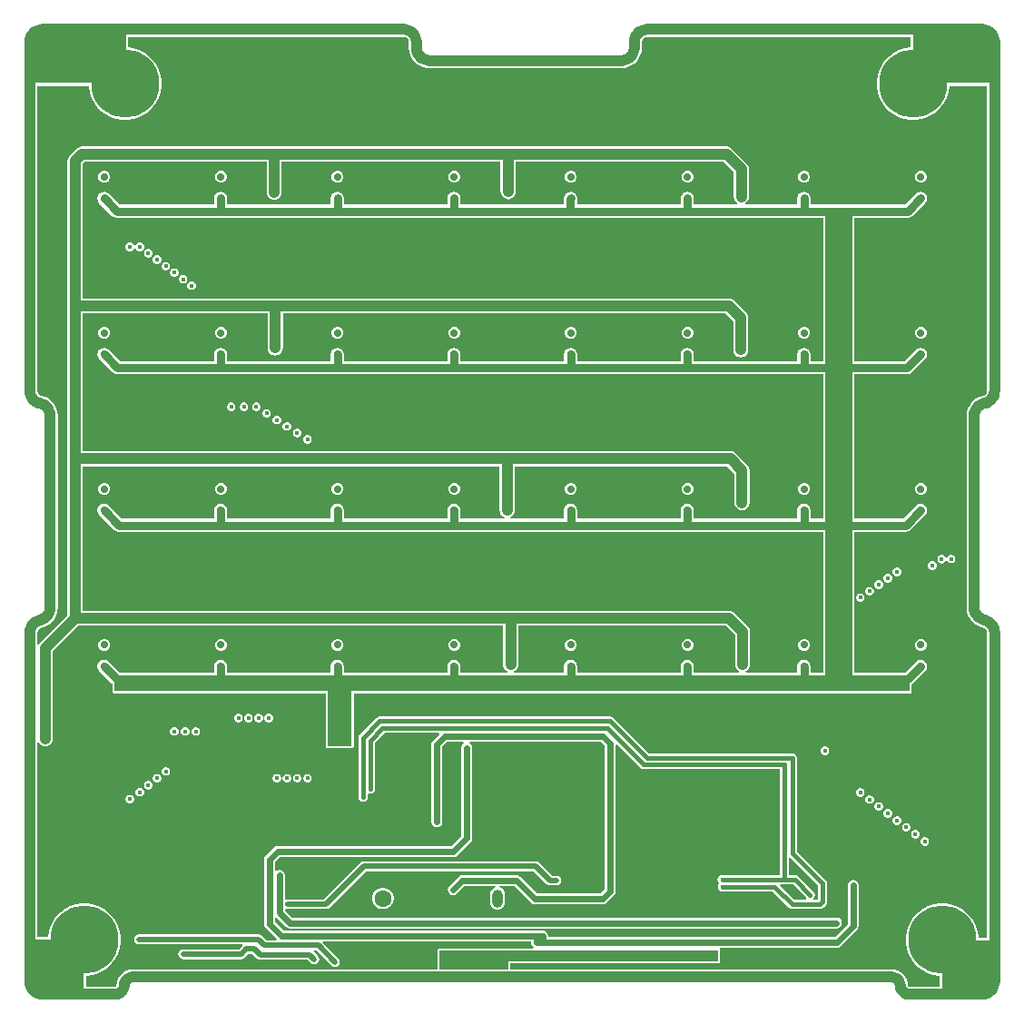
<source format=gbr>
G04*
G04 #@! TF.GenerationSoftware,Altium Limited,Altium Designer,24.1.2 (44)*
G04*
G04 Layer_Physical_Order=3*
G04 Layer_Color=16440176*
%FSLAX44Y44*%
%MOMM*%
G71*
G04*
G04 #@! TF.SameCoordinates,32799FE6-DD90-4EFC-9ADB-317E97FF397D*
G04*
G04*
G04 #@! TF.FilePolarity,Positive*
G04*
G01*
G75*
%ADD11C,0.6000*%
%ADD17C,1.0000*%
%ADD51C,0.5000*%
%ADD52C,0.8000*%
%ADD53R,4.8100X4.6900*%
%ADD54R,7.5100X4.6900*%
%ADD55R,8.6100X4.8600*%
%ADD56R,4.8300X4.9900*%
%ADD59C,1.6000*%
%ADD60O,0.9500X1.7000*%
%ADD61C,6.3500*%
%ADD62C,1.5240*%
%ADD63C,0.7000*%
%ADD64C,0.4000*%
%ADD65C,0.3500*%
%ADD66C,0.4500*%
%ADD67R,74.1300X1.1200*%
%ADD68R,2.5300X43.4800*%
%ADD69R,2.2100X6.2300*%
G36*
X575900Y892940D02*
X821461D01*
Y882950D01*
X821144D01*
X815897Y882119D01*
X810844Y880477D01*
X806111Y878066D01*
X801813Y874943D01*
X798057Y871187D01*
X794934Y866889D01*
X792523Y862156D01*
X790881Y857103D01*
X790050Y851856D01*
Y846544D01*
X790881Y841297D01*
X792523Y836245D01*
X794934Y831511D01*
X798057Y827213D01*
X801813Y823457D01*
X806111Y820334D01*
X810844Y817923D01*
X815897Y816281D01*
X821144Y815450D01*
X826456D01*
X831703Y816281D01*
X836756Y817923D01*
X841489Y820334D01*
X845787Y823457D01*
X849543Y827213D01*
X852666Y831511D01*
X855077Y836245D01*
X856719Y841297D01*
X857550Y846544D01*
Y847261D01*
X892930D01*
Y562890D01*
X892941Y562803D01*
X892580Y560989D01*
X891503Y559377D01*
X890033Y558395D01*
X888836Y558090D01*
X888246Y557892D01*
X887629Y557636D01*
X885494Y556989D01*
X882193Y555224D01*
X879300Y552850D01*
X876926Y549957D01*
X875161Y546656D01*
X874075Y543075D01*
X873708Y539350D01*
X873740D01*
Y360650D01*
X873708D01*
X874075Y356925D01*
X875161Y353344D01*
X876926Y350043D01*
X879300Y347150D01*
X882193Y344776D01*
X885494Y343011D01*
X887706Y342340D01*
X887928Y342260D01*
X888246Y342128D01*
X888836Y341930D01*
X890033Y341625D01*
X891503Y340643D01*
X892580Y339031D01*
X892723Y338314D01*
X892930Y337130D01*
X892930Y337130D01*
X892940Y335864D01*
Y52939D01*
X884650D01*
Y53452D01*
X883819Y58699D01*
X882177Y63751D01*
X879766Y68484D01*
X876643Y72782D01*
X872887Y76539D01*
X868589Y79661D01*
X863856Y82073D01*
X858803Y83715D01*
X853556Y84545D01*
X848244D01*
X842997Y83715D01*
X837944Y82073D01*
X833211Y79661D01*
X828913Y76539D01*
X825157Y72782D01*
X822034Y68484D01*
X819623Y63751D01*
X817981Y58699D01*
X817150Y53452D01*
Y48139D01*
X817981Y42892D01*
X819623Y37840D01*
X822034Y33107D01*
X825157Y28809D01*
X828913Y25052D01*
X833211Y21930D01*
X837944Y19518D01*
X842997Y17877D01*
X848244Y17046D01*
X848661D01*
Y7060D01*
X820000D01*
X819990Y7059D01*
X819929Y7085D01*
X819073Y8000D01*
X818783Y10941D01*
X817925Y13768D01*
X816532Y16374D01*
X814658Y18658D01*
X812374Y20532D01*
X809768Y21925D01*
X806941Y22783D01*
X804000Y23073D01*
Y23060D01*
X804000Y23060D01*
X448139D01*
Y28761D01*
X641800D01*
X642580Y28916D01*
X643242Y29358D01*
X643684Y30020D01*
X643839Y30800D01*
Y40600D01*
X643684Y41380D01*
X643282Y41982D01*
X643352Y42322D01*
X643717Y43252D01*
X753050D01*
X755001Y43640D01*
X756655Y44745D01*
X771569Y59659D01*
X772674Y61313D01*
X773062Y63264D01*
Y101500D01*
X772674Y103451D01*
X771569Y105105D01*
X769915Y106210D01*
X767964Y106598D01*
X766013Y106210D01*
X764359Y105105D01*
X763254Y103451D01*
X762866Y101500D01*
Y65375D01*
X750938Y53448D01*
X483448D01*
Y54400D01*
X483060Y56351D01*
X481955Y58005D01*
X480301Y59110D01*
X478350Y59498D01*
X236512D01*
X228398Y67612D01*
Y71396D01*
X229668Y71922D01*
X238695Y62895D01*
X240349Y61790D01*
X242300Y61402D01*
X752300D01*
X754251Y61790D01*
X755905Y62895D01*
X757010Y64549D01*
X757398Y66500D01*
X757010Y68451D01*
X755905Y70105D01*
X754251Y71210D01*
X752300Y71598D01*
X244412D01*
X238190Y77820D01*
X238286Y78763D01*
X239471Y79591D01*
X240420Y79402D01*
X276590D01*
X278346Y79751D01*
X279834Y80746D01*
X313901Y114812D01*
X469900D01*
X481956Y102756D01*
X483444Y101761D01*
X485200Y101412D01*
X491300D01*
X493056Y101761D01*
X494544Y102756D01*
X495539Y104244D01*
X495888Y106000D01*
X495539Y107756D01*
X494544Y109244D01*
X493056Y110239D01*
X491300Y110588D01*
X487100D01*
X475044Y122644D01*
X473556Y123639D01*
X471800Y123988D01*
X312000D01*
X310244Y123639D01*
X308756Y122644D01*
X274690Y88578D01*
X240420D01*
X239027Y88301D01*
X237757Y89034D01*
Y110900D01*
X237369Y112851D01*
X236264Y114505D01*
X234610Y115610D01*
X232659Y115998D01*
X230708Y115610D01*
X229668Y114915D01*
X228398Y115594D01*
Y123388D01*
X233012Y128002D01*
X395000D01*
X396951Y128390D01*
X398605Y129495D01*
X411106Y141996D01*
X412211Y143650D01*
X412599Y145601D01*
Y230000D01*
X412211Y231951D01*
X411106Y233605D01*
X410317Y234132D01*
X410702Y235402D01*
X532588D01*
X536302Y231688D01*
Y209900D01*
Y98312D01*
X532088Y94098D01*
X473112D01*
X457431Y109779D01*
X455777Y110884D01*
X453826Y111272D01*
X403574D01*
X401623Y110884D01*
X399969Y109779D01*
X391195Y101005D01*
X390090Y99351D01*
X389702Y97400D01*
X390090Y95449D01*
X391195Y93795D01*
X392849Y92690D01*
X394800Y92302D01*
X396751Y92690D01*
X398405Y93795D01*
X405685Y101076D01*
X434531D01*
X434618Y99806D01*
X432976Y99126D01*
X431566Y98044D01*
X430484Y96634D01*
X429804Y94992D01*
X429572Y93230D01*
Y85730D01*
X429804Y83968D01*
X430484Y82326D01*
X431566Y80916D01*
X432976Y79834D01*
X434618Y79154D01*
X436380Y78922D01*
X438142Y79154D01*
X439784Y79834D01*
X441194Y80916D01*
X442276Y82326D01*
X442956Y83968D01*
X443188Y85730D01*
Y93230D01*
X442956Y94992D01*
X442276Y96634D01*
X441194Y98044D01*
X439784Y99126D01*
X438142Y99806D01*
X438229Y101076D01*
X451715D01*
X467395Y85395D01*
X469049Y84290D01*
X471000Y83902D01*
X534200D01*
X536151Y84290D01*
X537805Y85395D01*
X545005Y92595D01*
X546110Y94249D01*
X546498Y96200D01*
Y209900D01*
Y232115D01*
X547671Y232601D01*
X569260Y211011D01*
X570666Y210072D01*
X572324Y209742D01*
X699367D01*
Y111133D01*
X645800D01*
X644142Y110803D01*
X642736Y109864D01*
X641797Y108458D01*
X641467Y106800D01*
X641797Y105142D01*
X642736Y103736D01*
X642369Y102566D01*
X641897Y101858D01*
X641567Y100200D01*
X641897Y98542D01*
X642836Y97136D01*
X644242Y96197D01*
X645900Y95867D01*
X693022D01*
X708053Y80836D01*
X709459Y79897D01*
X711117Y79567D01*
X736964D01*
X738622Y79897D01*
X740028Y80836D01*
X742664Y83472D01*
X743603Y84878D01*
X743933Y86536D01*
Y92200D01*
Y103200D01*
X743603Y104858D01*
X742664Y106264D01*
X715433Y133495D01*
Y220576D01*
X715103Y222234D01*
X714164Y223640D01*
X712758Y224579D01*
X711100Y224909D01*
X577319D01*
X544464Y257764D01*
X543058Y258703D01*
X541400Y259033D01*
X326400D01*
X324742Y258703D01*
X323336Y257764D01*
X307936Y242364D01*
X306997Y240958D01*
X306667Y239300D01*
Y184100D01*
X306997Y182442D01*
X307936Y181036D01*
X309342Y180097D01*
X311000Y179767D01*
X312658Y180097D01*
X314064Y181036D01*
X315003Y182442D01*
X315333Y184100D01*
Y186459D01*
X316603Y187285D01*
X317700Y187067D01*
X319358Y187397D01*
X320764Y188336D01*
X321703Y189742D01*
X322033Y191400D01*
Y234905D01*
X330895Y243767D01*
X381298D01*
X381784Y242593D01*
X375990Y236800D01*
X374885Y235146D01*
X374497Y233195D01*
Y160800D01*
X374885Y158849D01*
X375990Y157195D01*
X377644Y156090D01*
X379595Y155702D01*
X381546Y156090D01*
X383200Y157195D01*
X384305Y158849D01*
X384693Y160800D01*
Y231083D01*
X389012Y235402D01*
X404300D01*
X404685Y234132D01*
X403896Y233605D01*
X402791Y231951D01*
X402403Y230000D01*
Y147713D01*
X392888Y138198D01*
X230900D01*
X228949Y137810D01*
X227295Y136705D01*
X219695Y129105D01*
X218590Y127451D01*
X218202Y125500D01*
Y110900D01*
Y65500D01*
X218590Y63549D01*
X219695Y61895D01*
X230132Y51458D01*
X229606Y50188D01*
X220800D01*
X216544Y54444D01*
X215056Y55439D01*
X213300Y55788D01*
X101800D01*
X100044Y55439D01*
X98556Y54444D01*
X97561Y52956D01*
X97212Y51200D01*
X97561Y49444D01*
X98556Y47956D01*
X100044Y46961D01*
X101800Y46612D01*
X198267D01*
X198654Y45773D01*
X198703Y45342D01*
X195250Y41888D01*
X142900D01*
X141144Y41539D01*
X139656Y40544D01*
X138661Y39056D01*
X138312Y37300D01*
X138661Y35544D01*
X139656Y34056D01*
X141144Y33061D01*
X142900Y32712D01*
X197150D01*
X198906Y33061D01*
X200394Y34056D01*
X203950Y37612D01*
X207600D01*
X211656Y33556D01*
X213144Y32561D01*
X214900Y32212D01*
X259313D01*
X262256Y29269D01*
X263744Y28275D01*
X265500Y27926D01*
X267256Y28275D01*
X268744Y29269D01*
X269739Y30758D01*
X270088Y32514D01*
X269739Y34270D01*
X268744Y35758D01*
X264761Y39742D01*
X265188Y41012D01*
X267199D01*
X281356Y26856D01*
X282844Y25861D01*
X284600Y25512D01*
X286356Y25861D01*
X287844Y26856D01*
X288839Y28344D01*
X289188Y30100D01*
X288839Y31856D01*
X287844Y33344D01*
X273157Y48032D01*
X273683Y49302D01*
X467202D01*
Y48350D01*
X467590Y46399D01*
X468695Y44745D01*
X469946Y43909D01*
X469561Y42639D01*
X382300D01*
X381520Y42484D01*
X380858Y42042D01*
X380416Y41380D01*
X380261Y40600D01*
Y23060D01*
X96000D01*
X96000Y23060D01*
Y23073D01*
X93060Y22783D01*
X90232Y21925D01*
X87626Y20532D01*
X85342Y18658D01*
X83468Y16374D01*
X82075Y13768D01*
X81217Y10941D01*
X80927Y8000D01*
X80071Y7085D01*
X80010Y7059D01*
X80000Y7060D01*
X52639D01*
Y17046D01*
X53456D01*
X58703Y17877D01*
X63755Y19518D01*
X68489Y21930D01*
X72787Y25052D01*
X76543Y28809D01*
X79666Y33107D01*
X82077Y37840D01*
X83719Y42892D01*
X84550Y48139D01*
Y53452D01*
X83719Y58699D01*
X82077Y63751D01*
X79666Y68484D01*
X76543Y72782D01*
X72787Y76539D01*
X68489Y79661D01*
X63755Y82073D01*
X58703Y83715D01*
X53456Y84545D01*
X48144D01*
X42897Y83715D01*
X37845Y82073D01*
X33111Y79661D01*
X28813Y76539D01*
X25057Y72782D01*
X21934Y68484D01*
X19523Y63751D01*
X17881Y58699D01*
X17111Y53839D01*
X7060D01*
Y234833D01*
X8330Y235086D01*
X8586Y234470D01*
X9707Y233008D01*
X11170Y231886D01*
X12873Y231180D01*
X14700Y230940D01*
X16527Y231180D01*
X18230Y231886D01*
X19692Y233008D01*
X20814Y234470D01*
X21520Y236173D01*
X21760Y238000D01*
Y250100D01*
Y262200D01*
Y320176D01*
X43942Y342358D01*
X45224Y343640D01*
X441440D01*
Y319800D01*
Y307700D01*
X441680Y305873D01*
X442385Y304170D01*
X443507Y302708D01*
X444970Y301586D01*
X445448Y301388D01*
X445195Y300117D01*
X401717D01*
Y305921D01*
X401252Y308263D01*
X399926Y310247D01*
X397941Y311573D01*
X395600Y312039D01*
X393259Y311573D01*
X391274Y310247D01*
X389948Y308263D01*
X389482Y305921D01*
Y300117D01*
X292917D01*
Y305921D01*
X292452Y308263D01*
X291126Y310247D01*
X289141Y311573D01*
X286800Y312039D01*
X284459Y311573D01*
X282474Y310247D01*
X281148Y308263D01*
X280682Y305921D01*
Y300117D01*
X184118D01*
Y305921D01*
X183652Y308263D01*
X182326Y310247D01*
X180341Y311573D01*
X178000Y312039D01*
X175659Y311573D01*
X173674Y310247D01*
X172348Y308263D01*
X171882Y305921D01*
Y300117D01*
X83655D01*
X73526Y310247D01*
X71541Y311573D01*
X69200Y312039D01*
X66859Y311573D01*
X64874Y310247D01*
X63548Y308263D01*
X63082Y305921D01*
X63548Y303580D01*
X64874Y301596D01*
X76796Y289674D01*
X77161Y289430D01*
Y282400D01*
X77316Y281620D01*
X77758Y280958D01*
X78420Y280516D01*
X79200Y280361D01*
X275861D01*
Y231500D01*
X276016Y230720D01*
X276458Y230058D01*
X277120Y229616D01*
X277900Y229461D01*
X300000D01*
X300780Y229616D01*
X301442Y230058D01*
X301884Y230720D01*
X302039Y231500D01*
Y280361D01*
X820500D01*
X821280Y280516D01*
X821942Y280958D01*
X822384Y281620D01*
X822539Y282400D01*
Y289230D01*
X823204Y289674D01*
X835126Y301596D01*
X836452Y303580D01*
X836917Y305921D01*
X836452Y308263D01*
X835126Y310247D01*
X833141Y311573D01*
X830800Y312039D01*
X828459Y311573D01*
X826474Y310247D01*
X816345Y300117D01*
X769139D01*
Y431282D01*
X816812D01*
X819153Y431748D01*
X821137Y433074D01*
X835126Y447062D01*
X836452Y449047D01*
X836917Y451388D01*
X836452Y453729D01*
X835126Y455714D01*
X833141Y457040D01*
X830800Y457506D01*
X828459Y457040D01*
X826474Y455714D01*
X814278Y443517D01*
X769139D01*
Y578182D01*
X818245D01*
X820586Y578648D01*
X822571Y579974D01*
X835126Y592529D01*
X836452Y594514D01*
X836917Y596855D01*
X836452Y599196D01*
X835126Y601180D01*
X833141Y602507D01*
X830800Y602972D01*
X828459Y602507D01*
X826474Y601180D01*
X815711Y590418D01*
X769139D01*
Y724283D01*
X818878D01*
X821220Y724748D01*
X823204Y726074D01*
X835126Y737996D01*
X836452Y739980D01*
X836917Y742321D01*
X836452Y744662D01*
X835126Y746647D01*
X833141Y747973D01*
X830800Y748439D01*
X828459Y747973D01*
X826474Y746647D01*
X816345Y736518D01*
X728117D01*
Y742321D01*
X727652Y744662D01*
X726326Y746647D01*
X724341Y747973D01*
X722000Y748439D01*
X719659Y747973D01*
X717674Y746647D01*
X716348Y744662D01*
X715882Y742321D01*
Y736518D01*
X667388D01*
X667130Y737785D01*
X668592Y738908D01*
X669715Y740370D01*
X670420Y742073D01*
X670660Y743900D01*
Y756000D01*
Y769900D01*
X670420Y771727D01*
X669715Y773430D01*
X668592Y774893D01*
X654992Y788493D01*
X653530Y789614D01*
X651827Y790320D01*
X650000Y790560D01*
X48158D01*
X46330Y790320D01*
X44628Y789614D01*
X43165Y788493D01*
X37308Y782635D01*
X36186Y781172D01*
X35480Y779470D01*
X35240Y777642D01*
Y641900D01*
X35240Y641900D01*
Y499300D01*
Y353624D01*
X33958Y352342D01*
X9707Y328092D01*
X8586Y326630D01*
X8330Y326014D01*
X7060Y326267D01*
Y337150D01*
X7049Y337237D01*
X7410Y339051D01*
X8487Y340663D01*
X9956Y341645D01*
X11154Y341950D01*
X11744Y342148D01*
X11800Y342171D01*
X12296Y342341D01*
X14506Y343011D01*
X17807Y344776D01*
X20700Y347150D01*
X23074Y350043D01*
X24839Y353344D01*
X25925Y356925D01*
X26292Y360650D01*
X26260D01*
Y539350D01*
X26292D01*
X25925Y543075D01*
X24839Y546656D01*
X23074Y549957D01*
X20700Y552850D01*
X17807Y555224D01*
X14506Y556989D01*
X12287Y557662D01*
X11767Y557839D01*
X11734Y557852D01*
X11144Y558050D01*
X9947Y558355D01*
X8477Y559337D01*
X7400Y560949D01*
X7044Y562736D01*
X7060Y562860D01*
Y847261D01*
X55150D01*
Y846544D01*
X55981Y841297D01*
X57623Y836245D01*
X60034Y831511D01*
X63157Y827213D01*
X66913Y823457D01*
X71211Y820334D01*
X75944Y817923D01*
X80997Y816281D01*
X86244Y815450D01*
X91556D01*
X96803Y816281D01*
X101855Y817923D01*
X106589Y820334D01*
X110887Y823457D01*
X114643Y827213D01*
X117766Y831511D01*
X120177Y836245D01*
X121819Y841297D01*
X122650Y846544D01*
Y851856D01*
X121819Y857103D01*
X120177Y862156D01*
X117766Y866889D01*
X114643Y871187D01*
X110887Y874943D01*
X106589Y878066D01*
X101855Y880477D01*
X96803Y882119D01*
X91556Y882950D01*
X91539D01*
Y892940D01*
X348700D01*
X348787Y892951D01*
X350601Y892590D01*
X352213Y891513D01*
X353290Y889901D01*
X353651Y888087D01*
X353640Y888000D01*
Y882700D01*
X353608D01*
X353975Y878975D01*
X355061Y875394D01*
X356826Y872093D01*
X359200Y869200D01*
X362093Y866826D01*
X365394Y865061D01*
X368975Y863975D01*
X372700Y863608D01*
Y863640D01*
X551900D01*
Y863608D01*
X555625Y863975D01*
X559206Y865061D01*
X562507Y866826D01*
X565400Y869200D01*
X567774Y872093D01*
X569539Y875394D01*
X570625Y878975D01*
X570992Y882700D01*
X570960D01*
X570960Y882700D01*
Y886736D01*
X570960Y886763D01*
X570960Y888000D01*
X571167Y889184D01*
X571310Y889901D01*
X572387Y891513D01*
X573999Y892590D01*
X575813Y892951D01*
X575900Y892940D01*
D02*
G37*
G36*
X656540Y766975D02*
Y756000D01*
Y743900D01*
X656780Y742073D01*
X657486Y740370D01*
X658607Y738908D01*
X660070Y737785D01*
X659812Y736518D01*
X619126D01*
Y741360D01*
X619317Y742321D01*
X618852Y744662D01*
X617526Y746647D01*
X615541Y747973D01*
X613200Y748439D01*
X610859Y747973D01*
X608874Y746647D01*
X608683Y746456D01*
X607357Y744471D01*
X606891Y742130D01*
Y736518D01*
X510326D01*
Y741360D01*
X510517Y742321D01*
X510052Y744662D01*
X508726Y746647D01*
X506741Y747973D01*
X504400Y748439D01*
X502059Y747973D01*
X500074Y746647D01*
X499883Y746456D01*
X498557Y744471D01*
X498091Y742130D01*
Y736518D01*
X401717D01*
Y742321D01*
X401252Y744662D01*
X399926Y746647D01*
X397941Y747973D01*
X395600Y748439D01*
X393259Y747973D01*
X391274Y746647D01*
X389948Y744662D01*
X389482Y742321D01*
Y736518D01*
X292917D01*
Y742321D01*
X292452Y744662D01*
X291126Y746647D01*
X289141Y747973D01*
X286800Y748439D01*
X284459Y747973D01*
X282474Y746647D01*
X281148Y744662D01*
X280682Y742321D01*
Y736518D01*
X184118D01*
Y742321D01*
X183652Y744662D01*
X182326Y746647D01*
X180341Y747973D01*
X178000Y748439D01*
X175659Y747973D01*
X173674Y746647D01*
X172348Y744662D01*
X171882Y742321D01*
Y736518D01*
X83655D01*
X73526Y746647D01*
X71541Y747973D01*
X69200Y748439D01*
X66859Y747973D01*
X64874Y746647D01*
X63548Y744662D01*
X63082Y742321D01*
X63548Y739980D01*
X64874Y737996D01*
X76796Y726074D01*
X78780Y724748D01*
X81121Y724283D01*
X739761D01*
Y590418D01*
X728117D01*
Y596855D01*
X727652Y599196D01*
X726326Y601180D01*
X724341Y602507D01*
X722000Y602972D01*
X719659Y602507D01*
X717674Y601180D01*
X716348Y599196D01*
X715882Y596855D01*
Y590418D01*
X619318D01*
Y596855D01*
X618852Y599196D01*
X617526Y601180D01*
X615541Y602507D01*
X613200Y602972D01*
X610859Y602507D01*
X608874Y601180D01*
X607548Y599196D01*
X607082Y596855D01*
Y590418D01*
X510518D01*
Y596855D01*
X510052Y599196D01*
X508726Y601180D01*
X506741Y602507D01*
X504400Y602972D01*
X502059Y602507D01*
X500074Y601180D01*
X498748Y599196D01*
X498282Y596855D01*
Y590418D01*
X401717D01*
Y596855D01*
X401252Y599196D01*
X399926Y601180D01*
X397941Y602507D01*
X395600Y602972D01*
X393259Y602507D01*
X391274Y601180D01*
X389948Y599196D01*
X389482Y596855D01*
Y590418D01*
X292917D01*
Y596855D01*
X292452Y599196D01*
X291126Y601180D01*
X289141Y602507D01*
X286800Y602972D01*
X284459Y602507D01*
X282474Y601180D01*
X281148Y599196D01*
X280682Y596855D01*
Y590418D01*
X184118D01*
Y596855D01*
X183652Y599196D01*
X182326Y601180D01*
X180341Y602507D01*
X178000Y602972D01*
X175659Y602507D01*
X173674Y601180D01*
X172348Y599196D01*
X171882Y596855D01*
Y590418D01*
X84289D01*
X73526Y601180D01*
X71541Y602507D01*
X69200Y602972D01*
X66859Y602507D01*
X64874Y601180D01*
X63548Y599196D01*
X63082Y596855D01*
X63548Y594514D01*
X64874Y592529D01*
X77429Y579974D01*
X79414Y578648D01*
X81755Y578182D01*
X739761D01*
Y443517D01*
X728117D01*
Y451388D01*
X727652Y453729D01*
X726326Y455714D01*
X724341Y457040D01*
X722000Y457506D01*
X719659Y457040D01*
X717674Y455714D01*
X716348Y453729D01*
X715882Y451388D01*
Y443517D01*
X619318D01*
Y451388D01*
X618852Y453729D01*
X617526Y455714D01*
X615541Y457040D01*
X613200Y457506D01*
X610859Y457040D01*
X608874Y455714D01*
X607548Y453729D01*
X607082Y451388D01*
Y443517D01*
X510518D01*
Y451388D01*
X510052Y453729D01*
X508726Y455714D01*
X506741Y457040D01*
X504400Y457506D01*
X502059Y457040D01*
X500074Y455714D01*
X498748Y453729D01*
X498282Y451388D01*
Y443517D01*
X448022D01*
X447769Y444787D01*
X448730Y445186D01*
X450192Y446308D01*
X451315Y447770D01*
X452020Y449473D01*
X452260Y451300D01*
Y463400D01*
Y492240D01*
X650475D01*
X657240Y485476D01*
Y464650D01*
Y458600D01*
X657480Y456773D01*
X658186Y455070D01*
X659307Y453608D01*
X660770Y452486D01*
X662473Y451780D01*
X664300Y451540D01*
X666127Y451780D01*
X667830Y452486D01*
X669292Y453608D01*
X670415Y455070D01*
X671120Y456773D01*
X671360Y458600D01*
Y464650D01*
Y488400D01*
X671120Y490227D01*
X670415Y491930D01*
X669292Y493392D01*
X658392Y504292D01*
X656930Y505415D01*
X655227Y506120D01*
X653400Y506360D01*
X49360D01*
Y634840D01*
X221938Y634840D01*
Y614775D01*
Y602675D01*
X222178Y600848D01*
X222884Y599145D01*
X224006Y597682D01*
X225468Y596560D01*
X227171Y595855D01*
X228998Y595615D01*
X230825Y595855D01*
X232528Y596560D01*
X233990Y597682D01*
X235112Y599145D01*
X235818Y600848D01*
X236059Y602675D01*
Y614775D01*
Y634840D01*
X649075Y634840D01*
X656040Y627876D01*
Y613050D01*
Y600950D01*
X656280Y599123D01*
X656985Y597420D01*
X658108Y595958D01*
X659570Y594836D01*
X661273Y594130D01*
X663100Y593890D01*
X664927Y594130D01*
X666630Y594836D01*
X668092Y595958D01*
X669214Y597420D01*
X669920Y599123D01*
X670160Y600950D01*
Y613050D01*
Y630800D01*
X669920Y632627D01*
X669214Y634330D01*
X668092Y635793D01*
X656992Y646892D01*
X655530Y648015D01*
X653827Y648720D01*
X652000Y648960D01*
X228400Y648960D01*
X49360Y648960D01*
Y774718D01*
X51082Y776440D01*
X220740D01*
Y759950D01*
Y747850D01*
X220980Y746023D01*
X221686Y744320D01*
X222808Y742858D01*
X224270Y741736D01*
X225973Y741030D01*
X227800Y740790D01*
X229627Y741030D01*
X231330Y741736D01*
X232792Y742858D01*
X233915Y744320D01*
X234620Y746023D01*
X234860Y747850D01*
Y759950D01*
Y776440D01*
X439140D01*
Y760550D01*
Y748450D01*
X439380Y746623D01*
X440085Y744920D01*
X441208Y743457D01*
X442670Y742336D01*
X444373Y741630D01*
X446200Y741390D01*
X448027Y741630D01*
X449730Y742336D01*
X451192Y743457D01*
X452314Y744920D01*
X453020Y746623D01*
X453260Y748450D01*
Y760550D01*
Y776440D01*
X647076D01*
X656540Y766975D01*
D02*
G37*
G36*
X438140Y463400D02*
Y451300D01*
X438380Y449473D01*
X439086Y447770D01*
X440208Y446308D01*
X441670Y445186D01*
X442631Y444787D01*
X442378Y443517D01*
X401717D01*
Y451388D01*
X401252Y453729D01*
X399926Y455714D01*
X397941Y457040D01*
X395600Y457506D01*
X393259Y457040D01*
X391274Y455714D01*
X389948Y453729D01*
X389482Y451388D01*
Y443517D01*
X292917D01*
Y451388D01*
X292452Y453729D01*
X291126Y455714D01*
X289141Y457040D01*
X286800Y457506D01*
X284459Y457040D01*
X282474Y455714D01*
X281148Y453729D01*
X280682Y451388D01*
Y443517D01*
X184118D01*
Y451388D01*
X183652Y453729D01*
X182326Y455714D01*
X180341Y457040D01*
X178000Y457506D01*
X175659Y457040D01*
X173674Y455714D01*
X172348Y453729D01*
X171882Y451388D01*
Y443517D01*
X85722D01*
X73526Y455714D01*
X71541Y457040D01*
X69200Y457506D01*
X66859Y457040D01*
X64874Y455714D01*
X63548Y453729D01*
X63082Y451388D01*
X63548Y449047D01*
X64874Y447062D01*
X78862Y433074D01*
X80847Y431748D01*
X83188Y431282D01*
X739761D01*
Y300117D01*
X728117D01*
Y305921D01*
X727652Y308263D01*
X726326Y310247D01*
X724341Y311573D01*
X722000Y312039D01*
X719659Y311573D01*
X717674Y310247D01*
X716348Y308263D01*
X715882Y305921D01*
Y300117D01*
X668005D01*
X667752Y301388D01*
X668230Y301586D01*
X669692Y302708D01*
X670815Y304170D01*
X671520Y305873D01*
X671760Y307700D01*
Y319800D01*
Y338300D01*
X671520Y340127D01*
X670815Y341830D01*
X669692Y343293D01*
X657292Y355692D01*
X655830Y356814D01*
X654127Y357520D01*
X652300Y357760D01*
X49360D01*
Y492240D01*
X438140D01*
Y463400D01*
D02*
G37*
G36*
X657640Y335376D02*
Y319800D01*
Y307700D01*
X657880Y305873D01*
X658586Y304170D01*
X659707Y302708D01*
X661170Y301586D01*
X661648Y301388D01*
X661395Y300117D01*
X619318D01*
Y305921D01*
X618852Y308263D01*
X617526Y310247D01*
X615541Y311573D01*
X613200Y312039D01*
X610859Y311573D01*
X608874Y310247D01*
X607548Y308263D01*
X607082Y305921D01*
Y300117D01*
X510518D01*
Y305921D01*
X510052Y308263D01*
X508726Y310247D01*
X506741Y311573D01*
X504400Y312039D01*
X502059Y311573D01*
X500074Y310247D01*
X498748Y308263D01*
X498282Y305921D01*
Y300117D01*
X451805D01*
X451552Y301388D01*
X452030Y301586D01*
X453492Y302708D01*
X454614Y304170D01*
X455320Y305873D01*
X455560Y307700D01*
Y319800D01*
Y343640D01*
X649376D01*
X657640Y335376D01*
D02*
G37*
G36*
X735267Y101405D02*
Y88331D01*
X735169Y88233D01*
X731238D01*
X730853Y89503D01*
X730939Y89561D01*
X731878Y90967D01*
X732208Y92625D01*
X731878Y94283D01*
X730939Y95689D01*
X716764Y109864D01*
X715358Y110803D01*
X713700Y111133D01*
X708033D01*
Y126843D01*
X709303Y127369D01*
X735267Y101405D01*
D02*
G37*
G36*
X723791Y90581D02*
X724059Y89934D01*
X724490Y89503D01*
X723964Y88233D01*
X712912D01*
X699852Y101293D01*
X700338Y102467D01*
X711905D01*
X723791Y90581D01*
D02*
G37*
G36*
X641800Y30800D02*
X446100D01*
Y23000D01*
X382300D01*
Y40600D01*
X641800D01*
Y30800D01*
D02*
G37*
%LPC*%
G36*
X832255Y767779D02*
X830068D01*
X828046Y766941D01*
X826499Y765394D01*
X825661Y763373D01*
Y761185D01*
X826499Y759163D01*
X828046Y757616D01*
X830068Y756779D01*
X832255D01*
X834277Y757616D01*
X835824Y759163D01*
X836662Y761185D01*
Y763373D01*
X835824Y765394D01*
X834277Y766941D01*
X832255Y767779D01*
D02*
G37*
G36*
X723456D02*
X721267D01*
X719246Y766941D01*
X717699Y765394D01*
X716861Y763373D01*
Y761185D01*
X717699Y759163D01*
X719246Y757616D01*
X721267Y756779D01*
X723456D01*
X725477Y757616D01*
X727024Y759163D01*
X727861Y761185D01*
Y763373D01*
X727024Y765394D01*
X725477Y766941D01*
X723456Y767779D01*
D02*
G37*
G36*
X832255Y622312D02*
X830068D01*
X828046Y621475D01*
X826499Y619927D01*
X825661Y617906D01*
Y615718D01*
X826499Y613696D01*
X828046Y612149D01*
X830068Y611312D01*
X832255D01*
X834277Y612149D01*
X835824Y613696D01*
X836662Y615718D01*
Y617906D01*
X835824Y619927D01*
X834277Y621475D01*
X832255Y622312D01*
D02*
G37*
G36*
Y476845D02*
X830068D01*
X828046Y476008D01*
X826499Y474461D01*
X825661Y472439D01*
Y470251D01*
X826499Y468230D01*
X828046Y466683D01*
X830068Y465845D01*
X832255D01*
X834277Y466683D01*
X835824Y468230D01*
X836662Y470251D01*
Y472439D01*
X835824Y474461D01*
X834277Y476008D01*
X832255Y476845D01*
D02*
G37*
G36*
X859996Y410000D02*
X858404D01*
X856934Y409391D01*
X855809Y408266D01*
X855567Y407681D01*
X854192D01*
X853991Y408166D01*
X852866Y409291D01*
X851396Y409900D01*
X849804D01*
X848334Y409291D01*
X847209Y408166D01*
X846600Y406696D01*
Y405104D01*
X847209Y403634D01*
X848334Y402509D01*
X849804Y401900D01*
X851396D01*
X852866Y402509D01*
X853991Y403634D01*
X854233Y404219D01*
X855608D01*
X855809Y403734D01*
X856934Y402609D01*
X858404Y402000D01*
X859996D01*
X861466Y402609D01*
X862591Y403734D01*
X863200Y405204D01*
Y406796D01*
X862591Y408266D01*
X861466Y409391D01*
X859996Y410000D01*
D02*
G37*
G36*
X842696Y403900D02*
X841104D01*
X839634Y403291D01*
X838509Y402166D01*
X837900Y400696D01*
Y399104D01*
X838509Y397634D01*
X839634Y396509D01*
X841104Y395900D01*
X842696D01*
X844166Y396509D01*
X845291Y397634D01*
X845900Y399104D01*
Y400696D01*
X845291Y402166D01*
X844166Y403291D01*
X842696Y403900D01*
D02*
G37*
G36*
X809696Y397900D02*
X808104D01*
X806634Y397291D01*
X805509Y396166D01*
X804900Y394696D01*
Y393104D01*
X805509Y391634D01*
X806634Y390509D01*
X808104Y389900D01*
X809696D01*
X811166Y390509D01*
X812291Y391634D01*
X812900Y393104D01*
Y394696D01*
X812291Y396166D01*
X811166Y397291D01*
X809696Y397900D01*
D02*
G37*
G36*
X801121Y391898D02*
X799529D01*
X798059Y391288D01*
X796934Y390163D01*
X796325Y388693D01*
Y387102D01*
X796934Y385632D01*
X798059Y384506D01*
X799529Y383898D01*
X801121D01*
X802591Y384506D01*
X803716Y385632D01*
X804325Y387102D01*
Y388693D01*
X803716Y390163D01*
X802591Y391288D01*
X801121Y391898D01*
D02*
G37*
G36*
X792546Y385895D02*
X790954D01*
X789484Y385286D01*
X788359Y384161D01*
X787750Y382691D01*
Y381099D01*
X788359Y379629D01*
X789484Y378504D01*
X790954Y377895D01*
X792546D01*
X794016Y378504D01*
X795141Y379629D01*
X795750Y381099D01*
Y382691D01*
X795141Y384161D01*
X794016Y385286D01*
X792546Y385895D01*
D02*
G37*
G36*
X783971Y379893D02*
X782379D01*
X780909Y379283D01*
X779784Y378158D01*
X779175Y376688D01*
Y375097D01*
X779784Y373627D01*
X780909Y372501D01*
X782379Y371893D01*
X783971D01*
X785441Y372501D01*
X786566Y373627D01*
X787175Y375097D01*
Y376688D01*
X786566Y378158D01*
X785441Y379283D01*
X783971Y379893D01*
D02*
G37*
G36*
X775396Y373890D02*
X773804D01*
X772334Y373281D01*
X771209Y372156D01*
X770600Y370686D01*
Y369094D01*
X771209Y367624D01*
X772334Y366499D01*
X773804Y365890D01*
X775396D01*
X776866Y366499D01*
X777991Y367624D01*
X778600Y369094D01*
Y370686D01*
X777991Y372156D01*
X776866Y373281D01*
X775396Y373890D01*
D02*
G37*
G36*
X832255Y331379D02*
X830068D01*
X828046Y330541D01*
X826499Y328994D01*
X825661Y326973D01*
Y324785D01*
X826499Y322763D01*
X828046Y321216D01*
X830068Y320379D01*
X832255D01*
X834277Y321216D01*
X835824Y322763D01*
X836662Y324785D01*
Y326973D01*
X835824Y328994D01*
X834277Y330541D01*
X832255Y331379D01*
D02*
G37*
G36*
X397056D02*
X394868D01*
X392846Y330541D01*
X391299Y328994D01*
X390462Y326973D01*
Y324785D01*
X391299Y322763D01*
X392846Y321216D01*
X394868Y320379D01*
X397056D01*
X399077Y321216D01*
X400624Y322763D01*
X401461Y324785D01*
Y326973D01*
X400624Y328994D01*
X399077Y330541D01*
X397056Y331379D01*
D02*
G37*
G36*
X288256D02*
X286068D01*
X284046Y330541D01*
X282499Y328994D01*
X281662Y326973D01*
Y324785D01*
X282499Y322763D01*
X284046Y321216D01*
X286068Y320379D01*
X288256D01*
X290277Y321216D01*
X291824Y322763D01*
X292661Y324785D01*
Y326973D01*
X291824Y328994D01*
X290277Y330541D01*
X288256Y331379D01*
D02*
G37*
G36*
X179456D02*
X177268D01*
X175246Y330541D01*
X173699Y328994D01*
X172862Y326973D01*
Y324785D01*
X173699Y322763D01*
X175246Y321216D01*
X177268Y320379D01*
X179456D01*
X181477Y321216D01*
X183024Y322763D01*
X183862Y324785D01*
Y326973D01*
X183024Y328994D01*
X181477Y330541D01*
X179456Y331379D01*
D02*
G37*
G36*
X70656D02*
X68468D01*
X66446Y330541D01*
X64899Y328994D01*
X64062Y326973D01*
Y324785D01*
X64899Y322763D01*
X66446Y321216D01*
X68468Y320379D01*
X70656D01*
X72677Y321216D01*
X74224Y322763D01*
X75062Y324785D01*
Y326973D01*
X74224Y328994D01*
X72677Y330541D01*
X70656Y331379D01*
D02*
G37*
G36*
X223596Y261500D02*
X222004D01*
X220534Y260891D01*
X219409Y259766D01*
X218800Y258296D01*
Y256704D01*
X219409Y255234D01*
X220534Y254109D01*
X222004Y253500D01*
X223596D01*
X225066Y254109D01*
X226191Y255234D01*
X226800Y256704D01*
Y258296D01*
X226191Y259766D01*
X225066Y260891D01*
X223596Y261500D01*
D02*
G37*
G36*
X214170D02*
X212578D01*
X211108Y260891D01*
X209983Y259766D01*
X209374Y258296D01*
Y256704D01*
X209983Y255234D01*
X211108Y254109D01*
X212578Y253500D01*
X214170D01*
X215640Y254109D01*
X216765Y255234D01*
X217374Y256704D01*
Y258296D01*
X216765Y259766D01*
X215640Y260891D01*
X214170Y261500D01*
D02*
G37*
G36*
X204743D02*
X203152D01*
X201682Y260891D01*
X200557Y259766D01*
X199948Y258296D01*
Y256704D01*
X200557Y255234D01*
X201682Y254109D01*
X203152Y253500D01*
X204743D01*
X206214Y254109D01*
X207339Y255234D01*
X207948Y256704D01*
Y258296D01*
X207339Y259766D01*
X206214Y260891D01*
X204743Y261500D01*
D02*
G37*
G36*
X195317D02*
X193726D01*
X192256Y260891D01*
X191131Y259766D01*
X190522Y258296D01*
Y256704D01*
X191131Y255234D01*
X192256Y254109D01*
X193726Y253500D01*
X195317D01*
X196787Y254109D01*
X197913Y255234D01*
X198522Y256704D01*
Y258296D01*
X197913Y259766D01*
X196787Y260891D01*
X195317Y261500D01*
D02*
G37*
G36*
X155642Y249100D02*
X154051D01*
X152580Y248491D01*
X151455Y247366D01*
X150846Y245896D01*
Y244304D01*
X151455Y242834D01*
X152580Y241709D01*
X154051Y241100D01*
X155642D01*
X157112Y241709D01*
X158237Y242834D01*
X158846Y244304D01*
Y245896D01*
X158237Y247366D01*
X157112Y248491D01*
X155642Y249100D01*
D02*
G37*
G36*
X145649D02*
X144057D01*
X142587Y248491D01*
X141462Y247366D01*
X140853Y245896D01*
Y244304D01*
X141462Y242834D01*
X142587Y241709D01*
X144057Y241100D01*
X145649D01*
X147119Y241709D01*
X148244Y242834D01*
X148853Y244304D01*
Y245896D01*
X148244Y247366D01*
X147119Y248491D01*
X145649Y249100D01*
D02*
G37*
G36*
X135656D02*
X134064D01*
X132594Y248491D01*
X131469Y247366D01*
X130860Y245896D01*
Y244304D01*
X131469Y242834D01*
X132594Y241709D01*
X134064Y241100D01*
X135656D01*
X137126Y241709D01*
X138251Y242834D01*
X138860Y244304D01*
Y245896D01*
X138251Y247366D01*
X137126Y248491D01*
X135656Y249100D01*
D02*
G37*
G36*
X742396Y231076D02*
X740804D01*
X739334Y230467D01*
X738209Y229342D01*
X737600Y227871D01*
Y226280D01*
X738209Y224810D01*
X739334Y223685D01*
X740804Y223076D01*
X742396D01*
X743866Y223685D01*
X744991Y224810D01*
X745600Y226280D01*
Y227871D01*
X744991Y229342D01*
X743866Y230467D01*
X742396Y231076D01*
D02*
G37*
G36*
X127586Y211950D02*
X125994D01*
X124524Y211341D01*
X123399Y210216D01*
X122790Y208745D01*
Y207154D01*
X123399Y205684D01*
X124524Y204559D01*
X125994Y203950D01*
X127586D01*
X129056Y204559D01*
X130181Y205684D01*
X130790Y207154D01*
Y208745D01*
X130181Y210216D01*
X129056Y211341D01*
X127586Y211950D01*
D02*
G37*
G36*
X259796Y205450D02*
X258204D01*
X256734Y204841D01*
X255609Y203716D01*
X255000Y202246D01*
Y200654D01*
X255609Y199184D01*
X256734Y198059D01*
X258204Y197450D01*
X259796D01*
X261266Y198059D01*
X262391Y199184D01*
X263000Y200654D01*
Y202246D01*
X262391Y203716D01*
X261266Y204841D01*
X259796Y205450D01*
D02*
G37*
G36*
X250275D02*
X248683D01*
X247213Y204841D01*
X246088Y203716D01*
X245479Y202246D01*
Y200654D01*
X246088Y199184D01*
X247213Y198059D01*
X248683Y197450D01*
X250275D01*
X251745Y198059D01*
X252870Y199184D01*
X253479Y200654D01*
Y202246D01*
X252870Y203716D01*
X251745Y204841D01*
X250275Y205450D01*
D02*
G37*
G36*
X240753D02*
X239162D01*
X237692Y204841D01*
X236567Y203716D01*
X235958Y202246D01*
Y200654D01*
X236567Y199184D01*
X237692Y198059D01*
X239162Y197450D01*
X240753D01*
X242223Y198059D01*
X243349Y199184D01*
X243958Y200654D01*
Y202246D01*
X243349Y203716D01*
X242223Y204841D01*
X240753Y205450D01*
D02*
G37*
G36*
X231232D02*
X229641D01*
X228171Y204841D01*
X227045Y203716D01*
X226437Y202246D01*
Y200654D01*
X227045Y199184D01*
X228171Y198059D01*
X229641Y197450D01*
X231232D01*
X232702Y198059D01*
X233828Y199184D01*
X234436Y200654D01*
Y202246D01*
X233828Y203716D01*
X232702Y204841D01*
X231232Y205450D01*
D02*
G37*
G36*
X119516Y205450D02*
X117924D01*
X116454Y204841D01*
X115329Y203716D01*
X114720Y202246D01*
Y200654D01*
X115329Y199184D01*
X116454Y198059D01*
X117924Y197450D01*
X119516D01*
X120986Y198059D01*
X122111Y199184D01*
X122720Y200654D01*
Y202246D01*
X122111Y203716D01*
X120986Y204841D01*
X119516Y205450D01*
D02*
G37*
G36*
X111446Y198950D02*
X109854D01*
X108384Y198341D01*
X107259Y197216D01*
X106650Y195746D01*
Y194154D01*
X107259Y192684D01*
X108384Y191559D01*
X109854Y190950D01*
X111446D01*
X112916Y191559D01*
X114041Y192684D01*
X114650Y194154D01*
Y195746D01*
X114041Y197216D01*
X112916Y198341D01*
X111446Y198950D01*
D02*
G37*
G36*
X103376Y192450D02*
X101784D01*
X100314Y191841D01*
X99189Y190716D01*
X98580Y189246D01*
Y187654D01*
X99189Y186184D01*
X100314Y185059D01*
X101784Y184450D01*
X103376D01*
X104846Y185059D01*
X105971Y186184D01*
X106580Y187654D01*
Y189246D01*
X105971Y190716D01*
X104846Y191841D01*
X103376Y192450D01*
D02*
G37*
G36*
X775396Y192076D02*
X773804D01*
X772334Y191467D01*
X771209Y190341D01*
X770600Y188871D01*
Y187280D01*
X771209Y185810D01*
X772334Y184685D01*
X773804Y184076D01*
X775396D01*
X776866Y184685D01*
X777991Y185810D01*
X778600Y187280D01*
Y188871D01*
X777991Y190341D01*
X776866Y191467D01*
X775396Y192076D01*
D02*
G37*
G36*
X94196Y185950D02*
X92604D01*
X91134Y185341D01*
X90009Y184216D01*
X89400Y182746D01*
Y181154D01*
X90009Y179684D01*
X91134Y178559D01*
X92604Y177950D01*
X94196D01*
X95666Y178559D01*
X96791Y179684D01*
X97400Y181154D01*
Y182746D01*
X96791Y184216D01*
X95666Y185341D01*
X94196Y185950D01*
D02*
G37*
G36*
X783971Y185576D02*
X782379D01*
X780909Y184967D01*
X779784Y183841D01*
X779175Y182371D01*
Y180780D01*
X779784Y179310D01*
X780909Y178185D01*
X782379Y177576D01*
X783971D01*
X785441Y178185D01*
X786566Y179310D01*
X787175Y180780D01*
Y182371D01*
X786566Y183841D01*
X785441Y184967D01*
X783971Y185576D01*
D02*
G37*
G36*
X792546Y179076D02*
X790954D01*
X789484Y178467D01*
X788359Y177342D01*
X787750Y175871D01*
Y174280D01*
X788359Y172810D01*
X789484Y171685D01*
X790954Y171076D01*
X792546D01*
X794016Y171685D01*
X795141Y172810D01*
X795750Y174280D01*
Y175871D01*
X795141Y177342D01*
X794016Y178467D01*
X792546Y179076D01*
D02*
G37*
G36*
X801121Y172576D02*
X799529D01*
X798059Y171967D01*
X796934Y170842D01*
X796325Y169371D01*
Y167780D01*
X796934Y166310D01*
X798059Y165185D01*
X799529Y164576D01*
X801121D01*
X802591Y165185D01*
X803716Y166310D01*
X804325Y167780D01*
Y169371D01*
X803716Y170842D01*
X802591Y171967D01*
X801121Y172576D01*
D02*
G37*
G36*
X809696Y166076D02*
X808104D01*
X806634Y165467D01*
X805509Y164342D01*
X804900Y162871D01*
Y161280D01*
X805509Y159810D01*
X806634Y158685D01*
X808104Y158076D01*
X809696D01*
X811166Y158685D01*
X812291Y159810D01*
X812900Y161280D01*
Y162871D01*
X812291Y164342D01*
X811166Y165467D01*
X809696Y166076D01*
D02*
G37*
G36*
X818270Y159576D02*
X816679D01*
X815209Y158967D01*
X814084Y157842D01*
X813475Y156371D01*
Y154780D01*
X814084Y153310D01*
X815209Y152185D01*
X816679Y151576D01*
X818270D01*
X819741Y152185D01*
X820866Y153310D01*
X821475Y154780D01*
Y156371D01*
X820866Y157842D01*
X819741Y158967D01*
X818270Y159576D01*
D02*
G37*
G36*
X826845Y153076D02*
X825254D01*
X823784Y152467D01*
X822659Y151342D01*
X822050Y149872D01*
Y148280D01*
X822659Y146810D01*
X823784Y145685D01*
X825254Y145076D01*
X826845D01*
X828316Y145685D01*
X829441Y146810D01*
X830050Y148280D01*
Y149872D01*
X829441Y151342D01*
X828316Y152467D01*
X826845Y153076D01*
D02*
G37*
G36*
X835420Y146576D02*
X833829D01*
X832359Y145967D01*
X831234Y144842D01*
X830625Y143371D01*
Y141780D01*
X831234Y140310D01*
X832359Y139185D01*
X833829Y138576D01*
X835420D01*
X836891Y139185D01*
X838016Y140310D01*
X838625Y141780D01*
Y143371D01*
X838016Y144842D01*
X836891Y145967D01*
X835420Y146576D01*
D02*
G37*
G36*
X330696Y99480D02*
X328064D01*
X325520Y98799D01*
X323240Y97482D01*
X321378Y95620D01*
X320061Y93340D01*
X319380Y90796D01*
Y88163D01*
X320061Y85620D01*
X321378Y83340D01*
X323240Y81478D01*
X325520Y80162D01*
X328064Y79480D01*
X330696D01*
X333240Y80162D01*
X335520Y81478D01*
X337382Y83340D01*
X338699Y85620D01*
X339380Y88163D01*
Y90796D01*
X338699Y93340D01*
X337382Y95620D01*
X335520Y97482D01*
X333240Y98799D01*
X330696Y99480D01*
D02*
G37*
G36*
X614655Y767779D02*
X612467D01*
X610446Y766941D01*
X608899Y765394D01*
X608061Y763373D01*
Y761185D01*
X608899Y759163D01*
X610446Y757616D01*
X612467Y756779D01*
X614655D01*
X616677Y757616D01*
X618224Y759163D01*
X619062Y761185D01*
Y763373D01*
X618224Y765394D01*
X616677Y766941D01*
X614655Y767779D01*
D02*
G37*
G36*
X505855D02*
X503667D01*
X501646Y766941D01*
X500099Y765394D01*
X499262Y763373D01*
Y761185D01*
X500099Y759163D01*
X501646Y757616D01*
X503667Y756779D01*
X505855D01*
X507877Y757616D01*
X509424Y759163D01*
X510261Y761185D01*
Y763373D01*
X509424Y765394D01*
X507877Y766941D01*
X505855Y767779D01*
D02*
G37*
G36*
X397056D02*
X394868D01*
X392846Y766941D01*
X391299Y765394D01*
X390462Y763373D01*
Y761185D01*
X391299Y759163D01*
X392846Y757616D01*
X394868Y756779D01*
X397056D01*
X399077Y757616D01*
X400624Y759163D01*
X401461Y761185D01*
Y763373D01*
X400624Y765394D01*
X399077Y766941D01*
X397056Y767779D01*
D02*
G37*
G36*
X288256D02*
X286068D01*
X284046Y766941D01*
X282499Y765394D01*
X281662Y763373D01*
Y761185D01*
X282499Y759163D01*
X284046Y757616D01*
X286068Y756779D01*
X288256D01*
X290277Y757616D01*
X291824Y759163D01*
X292661Y761185D01*
Y763373D01*
X291824Y765394D01*
X290277Y766941D01*
X288256Y767779D01*
D02*
G37*
G36*
X179456D02*
X177268D01*
X175246Y766941D01*
X173699Y765394D01*
X172862Y763373D01*
Y761185D01*
X173699Y759163D01*
X175246Y757616D01*
X177268Y756779D01*
X179456D01*
X181477Y757616D01*
X183024Y759163D01*
X183862Y761185D01*
Y763373D01*
X183024Y765394D01*
X181477Y766941D01*
X179456Y767779D01*
D02*
G37*
G36*
X70656D02*
X68468D01*
X66446Y766941D01*
X64899Y765394D01*
X64062Y763373D01*
Y761185D01*
X64899Y759163D01*
X66446Y757616D01*
X68468Y756779D01*
X70656D01*
X72677Y757616D01*
X74224Y759163D01*
X75062Y761185D01*
Y763373D01*
X74224Y765394D01*
X72677Y766941D01*
X70656Y767779D01*
D02*
G37*
G36*
X103376Y701100D02*
X101784D01*
X100314Y700491D01*
X99189Y699366D01*
X98580Y697896D01*
X97400D01*
X96791Y699366D01*
X95666Y700491D01*
X94196Y701100D01*
X92604D01*
X91134Y700491D01*
X90009Y699366D01*
X89400Y697896D01*
Y696304D01*
X90009Y694834D01*
X91134Y693709D01*
X92604Y693100D01*
X94196D01*
X95666Y693709D01*
X96791Y694834D01*
X97400Y696304D01*
X98580D01*
X99189Y694834D01*
X100314Y693709D01*
X101784Y693100D01*
X103376D01*
X104846Y693709D01*
X105971Y694834D01*
X106580Y696304D01*
Y697896D01*
X105971Y699366D01*
X104846Y700491D01*
X103376Y701100D01*
D02*
G37*
G36*
X111446Y695067D02*
X109854D01*
X108384Y694458D01*
X107259Y693332D01*
X106650Y691862D01*
Y690271D01*
X107259Y688801D01*
X108384Y687675D01*
X109854Y687067D01*
X111446D01*
X112916Y687675D01*
X114041Y688801D01*
X114650Y690271D01*
Y691862D01*
X114041Y693332D01*
X112916Y694458D01*
X111446Y695067D01*
D02*
G37*
G36*
X119516Y689033D02*
X117924D01*
X116454Y688424D01*
X115329Y687299D01*
X114720Y685829D01*
Y684238D01*
X115329Y682767D01*
X116454Y681642D01*
X117924Y681033D01*
X119516D01*
X120986Y681642D01*
X122111Y682767D01*
X122720Y684238D01*
Y685829D01*
X122111Y687299D01*
X120986Y688424D01*
X119516Y689033D01*
D02*
G37*
G36*
X127586Y683000D02*
X125994D01*
X124524Y682391D01*
X123399Y681266D01*
X122790Y679796D01*
Y678204D01*
X123399Y676734D01*
X124524Y675609D01*
X125994Y675000D01*
X127586D01*
X129056Y675609D01*
X130181Y676734D01*
X130790Y678204D01*
Y679796D01*
X130181Y681266D01*
X129056Y682391D01*
X127586Y683000D01*
D02*
G37*
G36*
X135656Y676967D02*
X134064D01*
X132594Y676358D01*
X131469Y675232D01*
X130860Y673762D01*
Y672171D01*
X131469Y670701D01*
X132594Y669576D01*
X134064Y668967D01*
X135656D01*
X137126Y669576D01*
X138251Y670701D01*
X138860Y672171D01*
Y673762D01*
X138251Y675232D01*
X137126Y676358D01*
X135656Y676967D01*
D02*
G37*
G36*
X143726Y670933D02*
X142134D01*
X140664Y670324D01*
X139539Y669199D01*
X138930Y667729D01*
Y666138D01*
X139539Y664668D01*
X140664Y663542D01*
X142134Y662933D01*
X143726D01*
X145196Y663542D01*
X146321Y664668D01*
X146930Y666138D01*
Y667729D01*
X146321Y669199D01*
X145196Y670324D01*
X143726Y670933D01*
D02*
G37*
G36*
X151796Y664900D02*
X150204D01*
X148734Y664291D01*
X147609Y663166D01*
X147000Y661696D01*
Y660104D01*
X147609Y658634D01*
X148734Y657509D01*
X150204Y656900D01*
X151796D01*
X153266Y657509D01*
X154391Y658634D01*
X155000Y660104D01*
Y661696D01*
X154391Y663166D01*
X153266Y664291D01*
X151796Y664900D01*
D02*
G37*
G36*
X723456Y622312D02*
X721267D01*
X719246Y621475D01*
X717699Y619927D01*
X716861Y617906D01*
Y615718D01*
X717699Y613696D01*
X719246Y612149D01*
X721267Y611312D01*
X723456D01*
X725477Y612149D01*
X727024Y613696D01*
X727861Y615718D01*
Y617906D01*
X727024Y619927D01*
X725477Y621475D01*
X723456Y622312D01*
D02*
G37*
G36*
X614655D02*
X612467D01*
X610446Y621475D01*
X608899Y619927D01*
X608061Y617906D01*
Y615718D01*
X608899Y613696D01*
X610446Y612149D01*
X612467Y611312D01*
X614655D01*
X616677Y612149D01*
X618224Y613696D01*
X619062Y615718D01*
Y617906D01*
X618224Y619927D01*
X616677Y621475D01*
X614655Y622312D01*
D02*
G37*
G36*
X505855D02*
X503667D01*
X501646Y621475D01*
X500099Y619927D01*
X499262Y617906D01*
Y615718D01*
X500099Y613696D01*
X501646Y612149D01*
X503667Y611312D01*
X505855D01*
X507877Y612149D01*
X509424Y613696D01*
X510261Y615718D01*
Y617906D01*
X509424Y619927D01*
X507877Y621475D01*
X505855Y622312D01*
D02*
G37*
G36*
X397056D02*
X394868D01*
X392846Y621475D01*
X391299Y619927D01*
X390462Y617906D01*
Y615718D01*
X391299Y613696D01*
X392846Y612149D01*
X394868Y611312D01*
X397056D01*
X399077Y612149D01*
X400624Y613696D01*
X401461Y615718D01*
Y617906D01*
X400624Y619927D01*
X399077Y621475D01*
X397056Y622312D01*
D02*
G37*
G36*
X288256D02*
X286068D01*
X284046Y621475D01*
X282499Y619927D01*
X281662Y617906D01*
Y615718D01*
X282499Y613696D01*
X284046Y612149D01*
X286068Y611312D01*
X288256D01*
X290277Y612149D01*
X291824Y613696D01*
X292661Y615718D01*
Y617906D01*
X291824Y619927D01*
X290277Y621475D01*
X288256Y622312D01*
D02*
G37*
G36*
X179456D02*
X177268D01*
X175246Y621475D01*
X173699Y619927D01*
X172862Y617906D01*
Y615718D01*
X173699Y613696D01*
X175246Y612149D01*
X177268Y611312D01*
X179456D01*
X181477Y612149D01*
X183024Y613696D01*
X183862Y615718D01*
Y617906D01*
X183024Y619927D01*
X181477Y621475D01*
X179456Y622312D01*
D02*
G37*
G36*
X70656D02*
X68468D01*
X66446Y621475D01*
X64899Y619927D01*
X64062Y617906D01*
Y615718D01*
X64899Y613696D01*
X66446Y612149D01*
X68468Y611312D01*
X70656D01*
X72677Y612149D01*
X74224Y613696D01*
X75062Y615718D01*
Y617906D01*
X74224Y619927D01*
X72677Y621475D01*
X70656Y622312D01*
D02*
G37*
G36*
X212190Y551800D02*
X210599D01*
X209128Y551191D01*
X208003Y550066D01*
X207394Y548596D01*
Y547004D01*
X208003Y545534D01*
X209128Y544409D01*
X210599Y543800D01*
X212190D01*
X213660Y544409D01*
X214785Y545534D01*
X215394Y547004D01*
Y548596D01*
X214785Y550066D01*
X213660Y551191D01*
X212190Y551800D01*
D02*
G37*
G36*
X200443D02*
X198852D01*
X197381Y551191D01*
X196256Y550066D01*
X195647Y548596D01*
Y547004D01*
X196256Y545534D01*
X197381Y544409D01*
X198852Y543800D01*
X200443D01*
X201913Y544409D01*
X203038Y545534D01*
X203647Y547004D01*
Y548596D01*
X203038Y550066D01*
X201913Y551191D01*
X200443Y551800D01*
D02*
G37*
G36*
X188696D02*
X187104D01*
X185634Y551191D01*
X184509Y550066D01*
X183900Y548596D01*
Y547004D01*
X184509Y545534D01*
X185634Y544409D01*
X187104Y543800D01*
X188696D01*
X190166Y544409D01*
X191291Y545534D01*
X191900Y547004D01*
Y548596D01*
X191291Y550066D01*
X190166Y551191D01*
X188696Y551800D01*
D02*
G37*
G36*
X221711Y545720D02*
X220120D01*
X218650Y545111D01*
X217524Y543986D01*
X216915Y542516D01*
Y540924D01*
X217524Y539454D01*
X218650Y538329D01*
X220120Y537720D01*
X221711D01*
X223181Y538329D01*
X224307Y539454D01*
X224915Y540924D01*
Y542516D01*
X224307Y543986D01*
X223181Y545111D01*
X221711Y545720D01*
D02*
G37*
G36*
X231232Y539640D02*
X229641D01*
X228171Y539031D01*
X227045Y537906D01*
X226437Y536436D01*
Y534844D01*
X227045Y533374D01*
X228171Y532249D01*
X229641Y531640D01*
X231232D01*
X232702Y532249D01*
X233828Y533374D01*
X234437Y534844D01*
Y536436D01*
X233828Y537906D01*
X232702Y539031D01*
X231232Y539640D01*
D02*
G37*
G36*
X240753Y533560D02*
X239162D01*
X237692Y532951D01*
X236567Y531826D01*
X235958Y530356D01*
Y528764D01*
X236567Y527294D01*
X237692Y526169D01*
X239162Y525560D01*
X240753D01*
X242223Y526169D01*
X243349Y527294D01*
X243958Y528764D01*
Y530356D01*
X243349Y531826D01*
X242223Y532951D01*
X240753Y533560D01*
D02*
G37*
G36*
X250275Y527480D02*
X248683D01*
X247213Y526871D01*
X246088Y525746D01*
X245479Y524276D01*
Y522684D01*
X246088Y521214D01*
X247213Y520089D01*
X248683Y519480D01*
X250275D01*
X251745Y520089D01*
X252870Y521214D01*
X253479Y522684D01*
Y524276D01*
X252870Y525746D01*
X251745Y526871D01*
X250275Y527480D01*
D02*
G37*
G36*
X259796Y521400D02*
X258204D01*
X256734Y520791D01*
X255609Y519666D01*
X255000Y518196D01*
Y516604D01*
X255609Y515134D01*
X256734Y514009D01*
X258204Y513400D01*
X259796D01*
X261266Y514009D01*
X262391Y515134D01*
X263000Y516604D01*
Y518196D01*
X262391Y519666D01*
X261266Y520791D01*
X259796Y521400D01*
D02*
G37*
G36*
X723456Y476845D02*
X721267D01*
X719246Y476008D01*
X717699Y474461D01*
X716861Y472439D01*
Y470251D01*
X717699Y468230D01*
X719246Y466683D01*
X721267Y465845D01*
X723456D01*
X725477Y466683D01*
X727024Y468230D01*
X727861Y470251D01*
Y472439D01*
X727024Y474461D01*
X725477Y476008D01*
X723456Y476845D01*
D02*
G37*
G36*
X614655D02*
X612467D01*
X610446Y476008D01*
X608899Y474461D01*
X608061Y472439D01*
Y470251D01*
X608899Y468230D01*
X610446Y466683D01*
X612467Y465845D01*
X614655D01*
X616677Y466683D01*
X618224Y468230D01*
X619062Y470251D01*
Y472439D01*
X618224Y474461D01*
X616677Y476008D01*
X614655Y476845D01*
D02*
G37*
G36*
X505855D02*
X503667D01*
X501646Y476008D01*
X500099Y474461D01*
X499262Y472439D01*
Y470251D01*
X500099Y468230D01*
X501646Y466683D01*
X503667Y465845D01*
X505855D01*
X507877Y466683D01*
X509424Y468230D01*
X510261Y470251D01*
Y472439D01*
X509424Y474461D01*
X507877Y476008D01*
X505855Y476845D01*
D02*
G37*
G36*
X397056D02*
X394868D01*
X392846Y476008D01*
X391299Y474461D01*
X390462Y472439D01*
Y470251D01*
X391299Y468230D01*
X392846Y466683D01*
X394868Y465845D01*
X397056D01*
X399077Y466683D01*
X400624Y468230D01*
X401461Y470251D01*
Y472439D01*
X400624Y474461D01*
X399077Y476008D01*
X397056Y476845D01*
D02*
G37*
G36*
X288256D02*
X286068D01*
X284046Y476008D01*
X282499Y474461D01*
X281662Y472439D01*
Y470251D01*
X282499Y468230D01*
X284046Y466683D01*
X286068Y465845D01*
X288256D01*
X290277Y466683D01*
X291824Y468230D01*
X292661Y470251D01*
Y472439D01*
X291824Y474461D01*
X290277Y476008D01*
X288256Y476845D01*
D02*
G37*
G36*
X179456D02*
X177268D01*
X175246Y476008D01*
X173699Y474461D01*
X172862Y472439D01*
Y470251D01*
X173699Y468230D01*
X175246Y466683D01*
X177268Y465845D01*
X179456D01*
X181477Y466683D01*
X183024Y468230D01*
X183862Y470251D01*
Y472439D01*
X183024Y474461D01*
X181477Y476008D01*
X179456Y476845D01*
D02*
G37*
G36*
X70656D02*
X68468D01*
X66446Y476008D01*
X64899Y474461D01*
X64062Y472439D01*
Y470251D01*
X64899Y468230D01*
X66446Y466683D01*
X68468Y465845D01*
X70656D01*
X72677Y466683D01*
X74224Y468230D01*
X75062Y470251D01*
Y472439D01*
X74224Y474461D01*
X72677Y476008D01*
X70656Y476845D01*
D02*
G37*
G36*
X723456Y331379D02*
X721267D01*
X719246Y330541D01*
X717699Y328994D01*
X716861Y326973D01*
Y324785D01*
X717699Y322763D01*
X719246Y321216D01*
X721267Y320379D01*
X723456D01*
X725477Y321216D01*
X727024Y322763D01*
X727861Y324785D01*
Y326973D01*
X727024Y328994D01*
X725477Y330541D01*
X723456Y331379D01*
D02*
G37*
G36*
X614655D02*
X612467D01*
X610446Y330541D01*
X608899Y328994D01*
X608061Y326973D01*
Y324785D01*
X608899Y322763D01*
X610446Y321216D01*
X612467Y320379D01*
X614655D01*
X616677Y321216D01*
X618224Y322763D01*
X619062Y324785D01*
Y326973D01*
X618224Y328994D01*
X616677Y330541D01*
X614655Y331379D01*
D02*
G37*
G36*
X505855D02*
X503667D01*
X501646Y330541D01*
X500099Y328994D01*
X499262Y326973D01*
Y324785D01*
X500099Y322763D01*
X501646Y321216D01*
X503667Y320379D01*
X505855D01*
X507877Y321216D01*
X509424Y322763D01*
X510261Y324785D01*
Y326973D01*
X509424Y328994D01*
X507877Y330541D01*
X505855Y331379D01*
D02*
G37*
%LPD*%
D11*
X472300Y54400D02*
X478350Y48350D01*
X232659Y76141D02*
X242300Y66500D01*
X752300D01*
X753050Y48350D02*
X767964Y63264D01*
Y101500D01*
X453826Y106174D02*
X471000Y89000D01*
X403574Y106174D02*
X453826D01*
X471000Y89000D02*
X534200D01*
X472300Y48350D02*
Y54400D01*
Y48350D02*
X478350D01*
X753050D01*
X234400Y54400D02*
X472300D01*
X478350D01*
X394800Y97400D02*
X403574Y106174D01*
X478350Y48350D02*
Y54400D01*
X223300Y65500D02*
X234400Y54400D01*
X223300Y110900D02*
Y125500D01*
Y65500D02*
Y110900D01*
Y125500D02*
X230900Y133100D01*
X541400Y209900D02*
Y233800D01*
X534200Y89000D02*
X541400Y96200D01*
Y209900D01*
X534700Y240500D02*
X541400Y233800D01*
X386900Y240500D02*
X534700D01*
X379595Y233195D02*
X386900Y240500D01*
X379595Y160800D02*
Y233195D01*
X232659Y76141D02*
Y110900D01*
X395000Y133100D02*
X407501Y145601D01*
Y230000D01*
X230900Y133100D02*
X395000D01*
D17*
X575900Y900000D02*
X573230Y899699D01*
X570693Y898812D01*
X568418Y897382D01*
X566518Y895482D01*
X565088Y893207D01*
X564201Y890670D01*
X563900Y888000D01*
X551900Y870700D02*
X554570Y871001D01*
X557107Y871888D01*
X559382Y873318D01*
X561282Y875218D01*
X562712Y877493D01*
X563599Y880030D01*
X563900Y882700D01*
X899990Y337130D02*
X899752Y339508D01*
X899048Y341791D01*
X897905Y343890D01*
X896369Y345720D01*
X894501Y347210D01*
X892374Y348301D01*
X890074Y348948D01*
X9916Y348968D02*
X7616Y348321D01*
X5489Y347230D01*
X3621Y345740D01*
X2085Y343910D01*
X942Y341811D01*
X238Y339528D01*
X0Y337150D01*
X890716Y551168D02*
X888416Y550521D01*
X886289Y549430D01*
X884421Y547940D01*
X882885Y546110D01*
X881742Y544011D01*
X881038Y541728D01*
X880800Y539350D01*
X360700Y888000D02*
X360399Y890670D01*
X359512Y893207D01*
X358082Y895482D01*
X356182Y897382D01*
X353907Y898812D01*
X351370Y899699D01*
X348700Y900000D01*
X9284Y348832D02*
X11584Y349479D01*
X13711Y350570D01*
X15579Y352060D01*
X17115Y353890D01*
X18258Y355989D01*
X18962Y358272D01*
X19200Y360650D01*
X812000Y8000D02*
X811609Y10472D01*
X810472Y12702D01*
X808702Y14472D01*
X806472Y15609D01*
X804000Y16000D01*
X80000Y0D02*
X82472Y391D01*
X84702Y1528D01*
X86472Y3298D01*
X87608Y5528D01*
X88000Y8000D01*
X360700Y882700D02*
X361001Y880030D01*
X361888Y877493D01*
X363318Y875218D01*
X365218Y873318D01*
X367493Y871888D01*
X370030Y871001D01*
X372700Y870700D01*
X-10Y562850D02*
X228Y560472D01*
X932Y558189D01*
X2075Y556090D01*
X3611Y554260D01*
X5479Y552770D01*
X7606Y551679D01*
X9906Y551032D01*
X812000Y8000D02*
X812392Y5528D01*
X813528Y3298D01*
X815298Y1528D01*
X817528Y391D01*
X820000Y0D01*
X900000Y888000D02*
X899699Y890670D01*
X898812Y893207D01*
X897382Y895482D01*
X895482Y897382D01*
X893207Y898812D01*
X890670Y899699D01*
X888000Y900000D01*
X890074Y551072D02*
X892374Y551720D01*
X894501Y552810D01*
X896369Y554300D01*
X897905Y556130D01*
X899048Y558229D01*
X899752Y560512D01*
X899990Y562890D01*
X12000Y900000D02*
X9330Y899699D01*
X6793Y898812D01*
X4518Y897382D01*
X2618Y895482D01*
X1188Y893207D01*
X301Y890670D01*
X0Y888000D01*
Y12000D02*
X301Y9330D01*
X1188Y6793D01*
X2618Y4518D01*
X4518Y2618D01*
X6793Y1188D01*
X9330Y301D01*
X12000Y0D01*
X880800Y360650D02*
X881038Y358272D01*
X881742Y355989D01*
X882885Y353890D01*
X884421Y352060D01*
X886289Y350570D01*
X888416Y349479D01*
X890716Y348832D01*
X96000Y16000D02*
X93528Y15609D01*
X91298Y14472D01*
X89528Y12702D01*
X88392Y10472D01*
X88000Y8000D01*
X888000Y0D02*
X890670Y301D01*
X893207Y1188D01*
X895482Y2618D01*
X897382Y4518D01*
X898812Y6793D01*
X899699Y9330D01*
X900000Y12000D01*
X19200Y539350D02*
X18962Y541728D01*
X18258Y544011D01*
X17115Y546110D01*
X15579Y547940D01*
X13711Y549430D01*
X11584Y550521D01*
X9284Y551168D01*
X563900Y882700D02*
Y888000D01*
X12000Y0D02*
X80000D01*
X19200Y360650D02*
Y539350D01*
X96000Y16000D02*
X804000D01*
X880800Y360650D02*
Y539350D01*
X372700Y870700D02*
X551900D01*
X360700Y882700D02*
Y888000D01*
X899990Y562890D02*
Y887990D01*
X575900Y900000D02*
X888000D01*
X12000D02*
X348700D01*
X0Y562860D02*
Y888000D01*
X820000Y0D02*
X888000D01*
X0Y12000D02*
Y337150D01*
X900000Y12000D02*
Y337120D01*
X42300Y777642D02*
X48158Y783500D01*
X227100D01*
X42300Y641900D02*
Y777642D01*
X42300Y499300D02*
Y641900D01*
X42300D02*
X228400Y641900D01*
X42300Y350700D02*
Y499300D01*
X14700Y323100D02*
X38950Y347350D01*
X42300Y350700D01*
Y499300D02*
X444900D01*
X14700Y262200D02*
Y323100D01*
X42300Y350700D02*
X450200D01*
X227100Y783500D02*
X447000D01*
X227800Y759950D02*
Y782800D01*
Y753900D02*
Y759950D01*
Y747850D02*
Y753900D01*
X227100Y783500D02*
X227800Y782800D01*
X447000Y783500D02*
X650000D01*
X446200Y760550D02*
Y782700D01*
Y754500D02*
Y760550D01*
Y748450D02*
Y754500D01*
Y782700D02*
X447000Y783500D01*
X228400Y641900D02*
X652000Y641900D01*
X228998Y614775D02*
Y641302D01*
Y608725D02*
Y614775D01*
Y602675D02*
Y608725D01*
X228400Y641900D02*
X228998Y641302D01*
X444900Y499300D02*
X653400D01*
X445200Y463400D02*
Y499000D01*
Y457350D02*
Y463400D01*
Y451300D02*
Y457350D01*
X444900Y499300D02*
X445200Y499000D01*
X450200Y350700D02*
X652300D01*
X448500Y319800D02*
Y349000D01*
Y313750D02*
Y319800D01*
Y307700D02*
Y313750D01*
Y349000D02*
X450200Y350700D01*
X653400Y499300D02*
X664300Y488400D01*
X663600Y756000D02*
Y769900D01*
Y749950D02*
Y756000D01*
Y743900D02*
Y749950D01*
X650000Y783500D02*
X663600Y769900D01*
X663100Y613050D02*
Y630800D01*
Y607000D02*
Y613050D01*
Y600950D02*
Y607000D01*
X652000Y641900D02*
X663100Y630800D01*
X664300Y464650D02*
Y488400D01*
Y458600D02*
Y464650D01*
X14700Y256150D02*
Y262200D01*
Y250100D02*
Y256150D01*
Y244050D02*
Y250100D01*
Y238000D02*
Y244050D01*
X664700Y319800D02*
Y338300D01*
Y313750D02*
Y319800D01*
Y307700D02*
Y313750D01*
X652300Y350700D02*
X664700Y338300D01*
D51*
X312000Y119400D02*
X471800D01*
X276590Y83990D02*
X312000Y119400D01*
X240420Y83990D02*
X276590D01*
X485200Y106000D02*
X491300D01*
X471800Y119400D02*
X485200Y106000D01*
X218900Y45600D02*
X269100D01*
X284600Y30100D01*
X213300Y51200D02*
X218900Y45600D01*
X101800Y51200D02*
X213300D01*
X214900Y36800D02*
X261214D01*
X265500Y32514D01*
X209500Y42200D02*
X214900Y36800D01*
X202050Y42200D02*
X209500D01*
X197300Y37450D02*
X202050Y42200D01*
X197150Y37300D02*
X197300Y37450D01*
X142900Y37300D02*
X197150D01*
D52*
X286800Y294000D02*
X395400D01*
X178200D02*
X286800D01*
X286800Y294000D02*
Y305921D01*
Y294000D02*
X286800Y294000D01*
X81121D02*
X178200D01*
X178000Y294200D02*
X178200Y294000D01*
X178000Y294200D02*
Y305921D01*
X395400Y294000D02*
X504600D01*
X395400D02*
X395600Y294200D01*
Y305921D01*
X504600Y294000D02*
X613200D01*
X504400Y294200D02*
Y305921D01*
Y294200D02*
X504600Y294000D01*
X613200D02*
X722000D01*
X613200Y294000D02*
X613200Y294000D01*
X613200Y294000D02*
Y305921D01*
X722000Y294000D02*
X818878D01*
X722000Y294000D02*
Y305921D01*
Y294000D02*
X722000Y294000D01*
X69200Y305921D02*
X81121Y294000D01*
X818878D02*
X830800Y305921D01*
X178600Y437400D02*
X286400D01*
X83188D02*
X178600D01*
X178000Y438000D02*
Y451388D01*
Y438000D02*
X178600Y437400D01*
X286400D02*
X396100D01*
X286400D02*
X286800Y437800D01*
Y451388D01*
X396100Y437400D02*
X504000D01*
X395600Y437900D02*
X396100Y437400D01*
X395600Y437900D02*
Y451388D01*
X504000Y437400D02*
X612800D01*
X504400Y437800D02*
Y451388D01*
X504000Y437400D02*
X504400Y437800D01*
X612800Y437400D02*
X722200D01*
X613200Y437800D02*
Y451388D01*
X612800Y437400D02*
X613200Y437800D01*
X722200Y437400D02*
X816812D01*
X722000Y437600D02*
Y451388D01*
Y437600D02*
X722200Y437400D01*
X816812D02*
X830800Y451388D01*
X69200D02*
X83188Y437400D01*
X178200Y584300D02*
X286600D01*
X81755D02*
X178200D01*
X178000Y584500D02*
Y596855D01*
Y584500D02*
X178200Y584300D01*
X286600D02*
X394200D01*
X286800Y584500D02*
Y596855D01*
X286600Y584300D02*
X286800Y584500D01*
X395600Y585700D02*
Y596855D01*
X394200Y584300D02*
X395600Y585700D01*
X394200Y584300D02*
X504400D01*
X612300D01*
X504400D02*
Y596855D01*
X613200Y585200D02*
Y596855D01*
X612300Y584300D02*
X613200Y585200D01*
X612300Y584300D02*
X721800D01*
X818245D01*
X722000Y584500D02*
Y596855D01*
X721800Y584300D02*
X722000Y584500D01*
X818245Y584300D02*
X830800Y596855D01*
X69200D02*
X81755Y584300D01*
X177800Y730400D02*
X286800D01*
X81121D02*
X177800D01*
X178000Y730600D02*
Y742321D01*
X177800Y730400D02*
X178000Y730600D01*
X286800Y730400D02*
X395600D01*
X286800Y730400D02*
X286800Y730400D01*
X286800Y730400D02*
Y742321D01*
X395600Y730400D02*
X503700D01*
X395600Y730400D02*
Y742321D01*
Y730400D02*
X395600Y730400D01*
X503700D02*
X612900D01*
X503700D02*
X504209Y730909D01*
Y742130D02*
X504400Y742321D01*
X504209Y730909D02*
Y742130D01*
X612900Y730400D02*
X722000D01*
X612900D02*
X613009Y730509D01*
Y742130D02*
X613200Y742321D01*
X613009Y730509D02*
Y742130D01*
X722000Y730400D02*
Y742321D01*
Y730400D02*
X818878D01*
X830800Y742321D01*
X69200D02*
X81121Y730400D01*
D53*
X874750Y27450D02*
D03*
D54*
X861050Y872750D02*
D03*
D55*
X46450Y873600D02*
D03*
D56*
X26450Y26850D02*
D03*
D59*
X329380Y89480D02*
D03*
D60*
X436380D02*
D03*
D61*
X823800Y849200D02*
D03*
X88900D02*
D03*
X850900Y50795D02*
D03*
X50800D02*
D03*
D62*
X823800Y872060D02*
D03*
X800940Y849200D02*
D03*
X823800Y826340D02*
D03*
X846660Y849200D02*
D03*
X839965Y865365D02*
D03*
X807635D02*
D03*
Y833036D02*
D03*
X839965D02*
D03*
X88900Y872060D02*
D03*
X66040Y849200D02*
D03*
X88900Y826340D02*
D03*
X111760Y849200D02*
D03*
X105064Y865365D02*
D03*
X72736D02*
D03*
Y833036D02*
D03*
X105064D02*
D03*
X867065Y34631D02*
D03*
X834735D02*
D03*
Y66960D02*
D03*
X867065D02*
D03*
X873760Y50795D02*
D03*
X850900Y27936D02*
D03*
X828040Y50795D02*
D03*
X850900Y73656D02*
D03*
X66965Y34631D02*
D03*
X34636D02*
D03*
Y66960D02*
D03*
X66965D02*
D03*
X73660Y50795D02*
D03*
X50800Y27936D02*
D03*
X27940Y50795D02*
D03*
X50800Y73656D02*
D03*
D63*
X79562Y315879D02*
D03*
X69562Y325879D02*
D03*
Y305879D02*
D03*
X188362Y752279D02*
D03*
X178362Y762279D02*
D03*
Y742280D02*
D03*
X79562Y752279D02*
D03*
X69562Y762279D02*
D03*
Y742279D02*
D03*
X79562Y606812D02*
D03*
X69562Y616812D02*
D03*
Y596812D02*
D03*
X79562Y461345D02*
D03*
X69562Y471345D02*
D03*
Y451345D02*
D03*
X722362Y305879D02*
D03*
Y325879D02*
D03*
X732362Y315879D02*
D03*
X831161Y451345D02*
D03*
Y471345D02*
D03*
X841161Y461345D02*
D03*
X831161Y596812D02*
D03*
Y616812D02*
D03*
X841161Y606812D02*
D03*
X831161Y742279D02*
D03*
Y762279D02*
D03*
X841161Y752279D02*
D03*
X722362Y742279D02*
D03*
Y762279D02*
D03*
X732362Y752279D02*
D03*
X613562Y742279D02*
D03*
Y762279D02*
D03*
X623562Y752279D02*
D03*
X504762Y742279D02*
D03*
Y762279D02*
D03*
X514762Y752279D02*
D03*
X395961Y742279D02*
D03*
Y762279D02*
D03*
X405961Y752279D02*
D03*
X287162Y742279D02*
D03*
Y762279D02*
D03*
X297162Y752279D02*
D03*
X178362Y596812D02*
D03*
Y616812D02*
D03*
X188362Y606812D02*
D03*
X287162Y596812D02*
D03*
Y616812D02*
D03*
X297162Y606812D02*
D03*
X395961Y596812D02*
D03*
Y616812D02*
D03*
X405961Y606812D02*
D03*
X504762Y596812D02*
D03*
Y616812D02*
D03*
X514762Y606812D02*
D03*
X613562Y596812D02*
D03*
Y616812D02*
D03*
X623562Y606812D02*
D03*
X722362Y596812D02*
D03*
Y616812D02*
D03*
X732362Y606812D02*
D03*
X178362Y451345D02*
D03*
Y471345D02*
D03*
X188362Y461345D02*
D03*
X287162Y305879D02*
D03*
Y325879D02*
D03*
X297162Y315879D02*
D03*
X178362Y305879D02*
D03*
Y325879D02*
D03*
X188362Y315879D02*
D03*
X722362Y451345D02*
D03*
Y471345D02*
D03*
X732362Y461345D02*
D03*
X613562Y451345D02*
D03*
Y471345D02*
D03*
X623562Y461345D02*
D03*
X504762Y451345D02*
D03*
Y471345D02*
D03*
X514762Y461345D02*
D03*
X395961Y451345D02*
D03*
Y471345D02*
D03*
X405961Y461345D02*
D03*
X287162Y451345D02*
D03*
Y471345D02*
D03*
X297162Y461345D02*
D03*
X395961Y305879D02*
D03*
Y325879D02*
D03*
X405961Y315879D02*
D03*
X504762Y305879D02*
D03*
Y325879D02*
D03*
X514762Y315879D02*
D03*
X613562Y305879D02*
D03*
Y325879D02*
D03*
X623562Y315879D02*
D03*
X831161Y305879D02*
D03*
Y325879D02*
D03*
X841161Y315879D02*
D03*
D64*
X339600Y361600D02*
D03*
X667300Y358900D02*
D03*
X241247Y91325D02*
D03*
X240100Y84000D02*
D03*
X243600Y118300D02*
D03*
X14700Y269762D02*
D03*
Y280350D02*
D03*
X154846Y245100D02*
D03*
X213374Y257500D02*
D03*
X194522D02*
D03*
X397300Y26900D02*
D03*
X386100D02*
D03*
X408500D02*
D03*
X66200Y158150D02*
D03*
Y142225D02*
D03*
Y174075D02*
D03*
X56400Y158150D02*
D03*
Y142225D02*
D03*
Y174075D02*
D03*
X377300Y92000D02*
D03*
X203948Y257500D02*
D03*
X222800D02*
D03*
X363600Y92500D02*
D03*
X462600Y97400D02*
D03*
X472300Y54400D02*
D03*
X478350D02*
D03*
X472300Y48350D02*
D03*
X491300Y106000D02*
D03*
X490974Y98157D02*
D03*
X645900Y100200D02*
D03*
X645800Y106800D02*
D03*
X394800Y97400D02*
D03*
X478350Y48350D02*
D03*
X356200Y99600D02*
D03*
X371100Y99100D02*
D03*
X350700Y92400D02*
D03*
X142900Y37300D02*
D03*
X197300Y37450D02*
D03*
X265500Y32514D02*
D03*
X284600Y30100D02*
D03*
X596300Y228300D02*
D03*
X586500D02*
D03*
X601100Y205800D02*
D03*
X591300D02*
D03*
X859200Y406000D02*
D03*
X419700Y26900D02*
D03*
X97900Y59800D02*
D03*
Y69600D02*
D03*
Y79400D02*
D03*
Y89200D02*
D03*
X36800Y110375D02*
D03*
X46600D02*
D03*
X56400D02*
D03*
X66200D02*
D03*
X76000D02*
D03*
X115200D02*
D03*
X105400D02*
D03*
X95600D02*
D03*
X85800D02*
D03*
X453031Y26200D02*
D03*
X466296D02*
D03*
X492825D02*
D03*
X479560D02*
D03*
X506090D02*
D03*
X519354D02*
D03*
X559148D02*
D03*
X532619D02*
D03*
X545883D02*
D03*
X442100Y26900D02*
D03*
X430900D02*
D03*
X101800Y51200D02*
D03*
X886600Y768160D02*
D03*
Y735387D02*
D03*
Y800934D02*
D03*
Y784547D02*
D03*
Y751774D02*
D03*
Y833708D02*
D03*
Y817321D02*
D03*
X638735Y26200D02*
D03*
X625471D02*
D03*
X652000D02*
D03*
X612206D02*
D03*
X598942D02*
D03*
X572412D02*
D03*
X585677D02*
D03*
X674200Y125100D02*
D03*
Y115300D02*
D03*
X667300Y135000D02*
D03*
X674000Y84100D02*
D03*
X674200Y74700D02*
D03*
X673800Y92600D02*
D03*
X629000Y130100D02*
D03*
X619200D02*
D03*
X638800D02*
D03*
X152850Y59650D02*
D03*
Y65700D02*
D03*
Y71750D02*
D03*
X205400Y35300D02*
D03*
X796437Y67382D02*
D03*
Y92328D02*
D03*
Y54910D02*
D03*
Y79855D02*
D03*
Y42437D02*
D03*
X796964Y26036D02*
D03*
X796900Y32100D02*
D03*
X678374Y26036D02*
D03*
X678311Y32100D02*
D03*
X665046D02*
D03*
X665110Y26036D02*
D03*
X691639D02*
D03*
X704903D02*
D03*
X704840Y32100D02*
D03*
X691575D02*
D03*
X757962Y26036D02*
D03*
X757898Y32100D02*
D03*
X771226Y26036D02*
D03*
X731369Y32100D02*
D03*
X718104D02*
D03*
X744633D02*
D03*
X771163D02*
D03*
X744697Y26036D02*
D03*
X718168D02*
D03*
X731433D02*
D03*
X784427Y32100D02*
D03*
X784491Y26036D02*
D03*
X783964Y42437D02*
D03*
Y79855D02*
D03*
Y54910D02*
D03*
Y92328D02*
D03*
Y67382D02*
D03*
X833855Y129746D02*
D03*
X846327D02*
D03*
X821382D02*
D03*
X833855Y117273D02*
D03*
X846327D02*
D03*
X821382D02*
D03*
X796437Y104800D02*
D03*
X821382D02*
D03*
X846327D02*
D03*
X833855D02*
D03*
X796437Y129746D02*
D03*
Y117273D02*
D03*
X783964D02*
D03*
Y129746D02*
D03*
Y104800D02*
D03*
X808909D02*
D03*
Y117273D02*
D03*
Y129746D02*
D03*
X858800D02*
D03*
X868600D02*
D03*
X878400D02*
D03*
X728300Y140500D02*
D03*
Y165700D02*
D03*
Y153100D02*
D03*
Y216100D02*
D03*
Y178300D02*
D03*
Y228700D02*
D03*
Y203500D02*
D03*
X233200Y164500D02*
D03*
Y174300D02*
D03*
X170000Y173880D02*
D03*
Y150960D02*
D03*
Y139500D02*
D03*
Y162420D02*
D03*
X223300Y110900D02*
D03*
X337400Y221800D02*
D03*
X357000D02*
D03*
X366800D02*
D03*
X327600D02*
D03*
X347200D02*
D03*
X85800Y126300D02*
D03*
X95600D02*
D03*
X105400D02*
D03*
X115200D02*
D03*
X317700Y145300D02*
D03*
Y171100D02*
D03*
X342900Y176000D02*
D03*
X340300Y145300D02*
D03*
X311000Y184100D02*
D03*
X317700Y191400D02*
D03*
X289000Y250400D02*
D03*
X282950D02*
D03*
X295050D02*
D03*
Y244350D02*
D03*
X282950D02*
D03*
X289000D02*
D03*
X295050Y238300D02*
D03*
X289000D02*
D03*
X282950D02*
D03*
X379595Y160800D02*
D03*
X541400Y209900D02*
D03*
X76000Y126300D02*
D03*
X66200D02*
D03*
X56400D02*
D03*
X46600D02*
D03*
X36800D02*
D03*
X767964Y101500D02*
D03*
X632800Y34000D02*
D03*
X623000D02*
D03*
X613200D02*
D03*
X407501Y230000D02*
D03*
X752300Y59157D02*
D03*
Y66500D02*
D03*
X232659Y118300D02*
D03*
Y110900D02*
D03*
X739600Y92200D02*
D03*
X711100Y220576D02*
D03*
X703700Y214076D02*
D03*
X727450Y92200D02*
D03*
X113800Y271850D02*
D03*
Y277900D02*
D03*
X237400Y278000D02*
D03*
X441500Y267100D02*
D03*
Y276900D02*
D03*
X548700Y269700D02*
D03*
Y277500D02*
D03*
X658600Y275200D02*
D03*
X668400D02*
D03*
X765500Y276900D02*
D03*
Y267100D02*
D03*
X777400Y424000D02*
D03*
Y414200D02*
D03*
X231900Y565500D02*
D03*
X222100D02*
D03*
X125500Y709900D02*
D03*
X115700D02*
D03*
X238100Y699800D02*
D03*
X228300D02*
D03*
X247900D02*
D03*
X603832Y873833D02*
D03*
X636605D02*
D03*
X587445D02*
D03*
X620218D02*
D03*
X734926D02*
D03*
X702153D02*
D03*
X669379D02*
D03*
X652992D02*
D03*
X751313D02*
D03*
X718540D02*
D03*
X685766D02*
D03*
X341642Y873833D02*
D03*
X226934D02*
D03*
X194161D02*
D03*
X161387D02*
D03*
X259708D02*
D03*
X243321D02*
D03*
X210548D02*
D03*
X177774D02*
D03*
X292482D02*
D03*
X325255D02*
D03*
X276095D02*
D03*
X308869D02*
D03*
X767700D02*
D03*
X145000D02*
D03*
X226934Y830533D02*
D03*
X194161D02*
D03*
X161387D02*
D03*
X145000D02*
D03*
X259708D02*
D03*
X243321D02*
D03*
X210548D02*
D03*
X177774D02*
D03*
X292482D02*
D03*
X325255D02*
D03*
X276095D02*
D03*
X308869D02*
D03*
X341642D02*
D03*
X145000Y816100D02*
D03*
X308869D02*
D03*
X276095D02*
D03*
X325255D02*
D03*
X292482D02*
D03*
X177774D02*
D03*
X210548D02*
D03*
X243321D02*
D03*
X259708D02*
D03*
X161387D02*
D03*
X194161D02*
D03*
X226934D02*
D03*
X341642D02*
D03*
X439963Y830533D02*
D03*
X407190D02*
D03*
X374416D02*
D03*
X358029D02*
D03*
X472737D02*
D03*
X456350D02*
D03*
X423576D02*
D03*
X390803D02*
D03*
X505511D02*
D03*
X538284D02*
D03*
X489124D02*
D03*
X521897D02*
D03*
X554671D02*
D03*
X358029Y816100D02*
D03*
X521897D02*
D03*
X489124D02*
D03*
X538284D02*
D03*
X505511D02*
D03*
X390803D02*
D03*
X423576D02*
D03*
X456350D02*
D03*
X472737D02*
D03*
X374416D02*
D03*
X407190D02*
D03*
X439963D02*
D03*
X554671D02*
D03*
X652992Y830533D02*
D03*
X620218D02*
D03*
X587445D02*
D03*
X571058D02*
D03*
X685766D02*
D03*
X669379D02*
D03*
X636605D02*
D03*
X603832D02*
D03*
X718540D02*
D03*
X751313D02*
D03*
X702153D02*
D03*
X734926D02*
D03*
X767700D02*
D03*
X571058Y816100D02*
D03*
X734926D02*
D03*
X702153D02*
D03*
X751313D02*
D03*
X718540D02*
D03*
X603832D02*
D03*
X636605D02*
D03*
X669379D02*
D03*
X685766D02*
D03*
X587445D02*
D03*
X620218D02*
D03*
X652992D02*
D03*
X767700D02*
D03*
X652992Y859400D02*
D03*
X620218D02*
D03*
X587445D02*
D03*
X685766D02*
D03*
X669379D02*
D03*
X636605D02*
D03*
X603832D02*
D03*
X718540D02*
D03*
X751313D02*
D03*
X702153D02*
D03*
X734926D02*
D03*
X767700Y859400D02*
D03*
X571058Y844967D02*
D03*
X734926D02*
D03*
X702153D02*
D03*
X751313D02*
D03*
X718540D02*
D03*
X603832D02*
D03*
X636605D02*
D03*
X669379D02*
D03*
X685766D02*
D03*
X587445D02*
D03*
X620218D02*
D03*
X652992D02*
D03*
X767700D02*
D03*
X358029D02*
D03*
X521897D02*
D03*
X489124D02*
D03*
X538284D02*
D03*
X505511D02*
D03*
X390803D02*
D03*
X423576D02*
D03*
X456350D02*
D03*
X472737D02*
D03*
X374416D02*
D03*
X407190D02*
D03*
X439963D02*
D03*
X554671D02*
D03*
X226934Y859400D02*
D03*
X194161D02*
D03*
X161387D02*
D03*
X145000Y859400D02*
D03*
X259708Y859400D02*
D03*
X243321D02*
D03*
X210548D02*
D03*
X177774D02*
D03*
X292482D02*
D03*
X325255D02*
D03*
X276095D02*
D03*
X308869D02*
D03*
X341642D02*
D03*
X145000Y844967D02*
D03*
X308869D02*
D03*
X276095D02*
D03*
X325255D02*
D03*
X292482D02*
D03*
X177774D02*
D03*
X210548D02*
D03*
X243321D02*
D03*
X259708D02*
D03*
X161387D02*
D03*
X194161D02*
D03*
X226934D02*
D03*
X341642D02*
D03*
X75500Y663600D02*
D03*
Y683200D02*
D03*
Y693000D02*
D03*
Y673400D02*
D03*
X55900Y693000D02*
D03*
X65700D02*
D03*
Y673400D02*
D03*
Y683200D02*
D03*
Y663600D02*
D03*
X55900Y673400D02*
D03*
Y683200D02*
D03*
Y663600D02*
D03*
X820700Y694000D02*
D03*
X801100D02*
D03*
X791300D02*
D03*
X830500D02*
D03*
X810900D02*
D03*
X791300Y674400D02*
D03*
Y684200D02*
D03*
X810900D02*
D03*
X830500D02*
D03*
X801100D02*
D03*
X820700D02*
D03*
X810900Y674400D02*
D03*
X830500D02*
D03*
X801100D02*
D03*
X820700D02*
D03*
X708100Y681800D02*
D03*
X688500D02*
D03*
X717900D02*
D03*
X698300D02*
D03*
X678700D02*
D03*
X698300Y691600D02*
D03*
X717900D02*
D03*
X678700D02*
D03*
X688500D02*
D03*
X708100D02*
D03*
X601200Y685700D02*
D03*
X581600D02*
D03*
X611000D02*
D03*
X591400D02*
D03*
X571800D02*
D03*
X591400Y695500D02*
D03*
X611000D02*
D03*
X571800D02*
D03*
X581600D02*
D03*
X601200D02*
D03*
X482800Y693700D02*
D03*
X502400D02*
D03*
X463200D02*
D03*
X473000D02*
D03*
X492600D02*
D03*
X375200Y696000D02*
D03*
X394800D02*
D03*
X355600D02*
D03*
X365400D02*
D03*
X385000D02*
D03*
X374200Y551400D02*
D03*
X393800D02*
D03*
X354600D02*
D03*
X364400D02*
D03*
X384000D02*
D03*
X481400Y547700D02*
D03*
X501000D02*
D03*
X461800D02*
D03*
X471600D02*
D03*
X491200D02*
D03*
X602100Y550200D02*
D03*
X582500D02*
D03*
X572700D02*
D03*
X611900D02*
D03*
X592300D02*
D03*
X572700Y540400D02*
D03*
X592300D02*
D03*
X611900D02*
D03*
X582500D02*
D03*
X602100D02*
D03*
X707600Y532300D02*
D03*
X688000D02*
D03*
X717400D02*
D03*
X697800D02*
D03*
X707600Y542100D02*
D03*
X688000D02*
D03*
X717400D02*
D03*
X697800D02*
D03*
X678200D02*
D03*
Y532300D02*
D03*
X697800Y551900D02*
D03*
X717400D02*
D03*
X678200D02*
D03*
X688000D02*
D03*
X707600D02*
D03*
X824800Y529700D02*
D03*
X805200D02*
D03*
X834600D02*
D03*
X815000D02*
D03*
X824800Y539500D02*
D03*
X805200D02*
D03*
X834600D02*
D03*
X815000D02*
D03*
X795400D02*
D03*
Y529700D02*
D03*
X815000Y549300D02*
D03*
X834600D02*
D03*
X795400D02*
D03*
X805200D02*
D03*
X824800D02*
D03*
X716800Y408000D02*
D03*
X697200D02*
D03*
X707000D02*
D03*
X687400D02*
D03*
X609200Y404700D02*
D03*
X589600D02*
D03*
X599400D02*
D03*
X579800D02*
D03*
X503700Y406800D02*
D03*
X484100D02*
D03*
X474300D02*
D03*
X493900D02*
D03*
X474300Y397000D02*
D03*
X493900D02*
D03*
X484100D02*
D03*
X503700D02*
D03*
X393700Y403600D02*
D03*
X374100D02*
D03*
X364300D02*
D03*
X383900D02*
D03*
X364300Y393800D02*
D03*
X383900D02*
D03*
X374100D02*
D03*
X393700D02*
D03*
X304900Y402000D02*
D03*
X285300D02*
D03*
X275500D02*
D03*
X295100D02*
D03*
X275500Y392200D02*
D03*
X295100D02*
D03*
X285300D02*
D03*
X304900D02*
D03*
X174000Y526100D02*
D03*
Y535900D02*
D03*
Y516300D02*
D03*
X164200Y535900D02*
D03*
Y516300D02*
D03*
Y526100D02*
D03*
X56800Y523200D02*
D03*
Y542800D02*
D03*
Y533000D02*
D03*
X66600Y523200D02*
D03*
Y542800D02*
D03*
Y533000D02*
D03*
Y552600D02*
D03*
X56800D02*
D03*
X76400Y533000D02*
D03*
Y552600D02*
D03*
Y542800D02*
D03*
Y523200D02*
D03*
X165300Y379800D02*
D03*
Y399400D02*
D03*
Y389600D02*
D03*
Y409200D02*
D03*
X175100Y389600D02*
D03*
Y409200D02*
D03*
Y399400D02*
D03*
Y379800D02*
D03*
X75300Y376900D02*
D03*
Y396500D02*
D03*
Y367100D02*
D03*
Y386700D02*
D03*
X65500D02*
D03*
Y367100D02*
D03*
Y396500D02*
D03*
Y376900D02*
D03*
X55700Y386700D02*
D03*
Y367100D02*
D03*
Y396500D02*
D03*
Y376900D02*
D03*
X820900Y369100D02*
D03*
Y388700D02*
D03*
Y378900D02*
D03*
X830700Y369100D02*
D03*
Y388700D02*
D03*
Y378900D02*
D03*
X878400Y104800D02*
D03*
X858800D02*
D03*
X868600D02*
D03*
Y117273D02*
D03*
X858800D02*
D03*
X878400Y179636D02*
D03*
Y204582D02*
D03*
Y229527D02*
D03*
Y242000D02*
D03*
Y154691D02*
D03*
Y167164D02*
D03*
Y192109D02*
D03*
Y217055D02*
D03*
Y142218D02*
D03*
Y117273D02*
D03*
X858800Y242000D02*
D03*
X868600D02*
D03*
Y142218D02*
D03*
Y217055D02*
D03*
Y192109D02*
D03*
Y167164D02*
D03*
Y154691D02*
D03*
Y229527D02*
D03*
Y204582D02*
D03*
Y179636D02*
D03*
X858800Y142218D02*
D03*
Y217055D02*
D03*
Y192109D02*
D03*
Y167164D02*
D03*
Y154691D02*
D03*
Y229527D02*
D03*
Y204582D02*
D03*
Y179636D02*
D03*
X703000Y246100D02*
D03*
X722600D02*
D03*
X742200D02*
D03*
X752000D02*
D03*
X683400D02*
D03*
X693200D02*
D03*
X712800D02*
D03*
X732400D02*
D03*
X364100Y263200D02*
D03*
X383700D02*
D03*
X403300D02*
D03*
X413100D02*
D03*
X344500D02*
D03*
X354300D02*
D03*
X373900D02*
D03*
X393500D02*
D03*
X269800Y226400D02*
D03*
Y246000D02*
D03*
Y216600D02*
D03*
Y236200D02*
D03*
X36800Y174075D02*
D03*
Y205925D02*
D03*
Y237775D02*
D03*
Y142225D02*
D03*
Y158150D02*
D03*
Y190000D02*
D03*
Y221850D02*
D03*
X46600Y174075D02*
D03*
Y205925D02*
D03*
Y237775D02*
D03*
Y142225D02*
D03*
Y158150D02*
D03*
Y190000D02*
D03*
Y221850D02*
D03*
X56400Y205925D02*
D03*
Y237775D02*
D03*
Y190000D02*
D03*
Y221850D02*
D03*
X66200Y205925D02*
D03*
Y237775D02*
D03*
Y190000D02*
D03*
Y221850D02*
D03*
X46600Y253700D02*
D03*
X36800D02*
D03*
X66200D02*
D03*
X56400D02*
D03*
X76000Y221850D02*
D03*
Y190000D02*
D03*
Y253700D02*
D03*
Y237775D02*
D03*
Y205925D02*
D03*
X170000Y231180D02*
D03*
Y208260D02*
D03*
Y185340D02*
D03*
Y254100D02*
D03*
Y242640D02*
D03*
Y219720D02*
D03*
Y196800D02*
D03*
X663100Y607000D02*
D03*
Y600950D02*
D03*
Y613050D02*
D03*
X663600Y749950D02*
D03*
Y743900D02*
D03*
Y756000D02*
D03*
X446200Y754500D02*
D03*
Y748450D02*
D03*
Y760550D02*
D03*
X227800Y753900D02*
D03*
Y747850D02*
D03*
Y759950D02*
D03*
X228998Y608725D02*
D03*
Y602675D02*
D03*
Y614775D02*
D03*
X664300Y464650D02*
D03*
Y458600D02*
D03*
X664700Y313750D02*
D03*
Y307700D02*
D03*
Y319800D02*
D03*
X448500D02*
D03*
Y307700D02*
D03*
Y313750D02*
D03*
X445200Y463400D02*
D03*
Y451300D02*
D03*
Y457350D02*
D03*
X14700Y259175D02*
D03*
Y238000D02*
D03*
Y248587D02*
D03*
X741600Y227076D02*
D03*
X817475Y155576D02*
D03*
X826050Y149076D02*
D03*
X834625Y142576D02*
D03*
X850600Y405900D02*
D03*
X841900Y399900D02*
D03*
X783175Y181576D02*
D03*
X774600Y188076D02*
D03*
X791750Y175076D02*
D03*
X800325Y168576D02*
D03*
X808900Y162076D02*
D03*
X800325Y387897D02*
D03*
X783175Y375892D02*
D03*
X791750Y381895D02*
D03*
X808900Y393900D02*
D03*
X774600Y369890D02*
D03*
X93400Y697100D02*
D03*
X144853Y245100D02*
D03*
X134860D02*
D03*
X126790Y207950D02*
D03*
X118720Y201450D02*
D03*
X110650Y194950D02*
D03*
X102580Y188450D02*
D03*
X93400Y181950D02*
D03*
X230436Y201450D02*
D03*
X239958D02*
D03*
X249479D02*
D03*
X259000D02*
D03*
X199647Y547800D02*
D03*
X187900D02*
D03*
X259000Y517400D02*
D03*
X211394Y547800D02*
D03*
X220915Y541720D02*
D03*
X230437Y535640D02*
D03*
X239958Y529560D02*
D03*
X249479Y523480D02*
D03*
X118720Y685033D02*
D03*
X142930Y666933D02*
D03*
X102580Y697100D02*
D03*
X110650Y691067D02*
D03*
X126790Y679000D02*
D03*
X151000Y660900D02*
D03*
X134860Y672967D02*
D03*
D65*
X16466Y44932D02*
D03*
Y28466D02*
D03*
Y12000D02*
D03*
X32932D02*
D03*
X812000Y8000D02*
D03*
X820000Y0D02*
D03*
X883534Y28466D02*
D03*
Y12000D02*
D03*
X867068D02*
D03*
X787566Y16000D02*
D03*
X771100D02*
D03*
X754634D02*
D03*
X804032D02*
D03*
X869398Y0D02*
D03*
X852932D02*
D03*
X836466D02*
D03*
X885863D02*
D03*
X900000Y12000D02*
D03*
Y324851D02*
D03*
Y341317D02*
D03*
Y275454D02*
D03*
Y291919D02*
D03*
Y308385D02*
D03*
Y242522D02*
D03*
Y258988D02*
D03*
X890074Y348948D02*
D03*
Y551072D02*
D03*
X880800Y539350D02*
D03*
Y424089D02*
D03*
Y374692D02*
D03*
Y391157D02*
D03*
Y407623D02*
D03*
Y358226D02*
D03*
Y522884D02*
D03*
Y473487D02*
D03*
Y489952D02*
D03*
Y506418D02*
D03*
Y440555D02*
D03*
Y457021D02*
D03*
X899990Y562890D02*
D03*
X867058Y859275D02*
D03*
X883524D02*
D03*
X867058Y875741D02*
D03*
X883524D02*
D03*
X850592D02*
D03*
Y892207D02*
D03*
X867058D02*
D03*
X883524D02*
D03*
X834127D02*
D03*
X888751Y900000D02*
D03*
X839354D02*
D03*
X855819D02*
D03*
X872285D02*
D03*
X806422D02*
D03*
X822888D02*
D03*
X899990Y875741D02*
D03*
Y892207D02*
D03*
Y826344D02*
D03*
Y842810D02*
D03*
Y859275D02*
D03*
Y793412D02*
D03*
Y809878D02*
D03*
X563900Y885350D02*
D03*
X575900Y900000D02*
D03*
X551900Y870700D02*
D03*
X356300Y897300D02*
D03*
X360700Y885350D02*
D03*
X372700Y870700D02*
D03*
X324851Y900000D02*
D03*
X341317D02*
D03*
X486037Y870700D02*
D03*
X469571D02*
D03*
X535434D02*
D03*
X518968D02*
D03*
X502502D02*
D03*
X438563D02*
D03*
X455029D02*
D03*
X389166D02*
D03*
X405632D02*
D03*
X422098D02*
D03*
X291919Y900000D02*
D03*
X308385D02*
D03*
X242522D02*
D03*
X258988D02*
D03*
X275454D02*
D03*
X65853Y875701D02*
D03*
Y892167D02*
D03*
X82319D02*
D03*
X32922D02*
D03*
X16456D02*
D03*
X49388D02*
D03*
X32922Y859235D02*
D03*
X16456D02*
D03*
X49388D02*
D03*
X32922Y875701D02*
D03*
X16456D02*
D03*
X49388D02*
D03*
X12000Y900000D02*
D03*
X-10Y875701D02*
D03*
Y892167D02*
D03*
Y842769D02*
D03*
Y859235D02*
D03*
Y793372D02*
D03*
Y809838D02*
D03*
Y826304D02*
D03*
X9896Y551022D02*
D03*
X-10Y562850D02*
D03*
X19200Y541774D02*
D03*
X700Y340700D02*
D03*
X12000Y349652D02*
D03*
X19200Y360650D02*
D03*
X0Y324851D02*
D03*
X19200Y508843D02*
D03*
Y525309D02*
D03*
Y459445D02*
D03*
Y475911D02*
D03*
Y492377D02*
D03*
Y426513D02*
D03*
Y442979D02*
D03*
Y377116D02*
D03*
Y393582D02*
D03*
Y410048D02*
D03*
X0Y291919D02*
D03*
Y308385D02*
D03*
Y242522D02*
D03*
Y258988D02*
D03*
Y275454D02*
D03*
X3693Y3254D02*
D03*
X88000Y8000D02*
D03*
X0Y12000D02*
D03*
X30602Y0D02*
D03*
X14137D02*
D03*
X80000D02*
D03*
X63534D02*
D03*
X47068D02*
D03*
X608832Y900000D02*
D03*
X592366D02*
D03*
X658229D02*
D03*
X641763D02*
D03*
X625298D02*
D03*
X707627D02*
D03*
X691161D02*
D03*
X674695D02*
D03*
X757024D02*
D03*
X740558D02*
D03*
X724093D02*
D03*
X789956D02*
D03*
X773490D02*
D03*
X44932D02*
D03*
X28466D02*
D03*
X94329D02*
D03*
X77863D02*
D03*
X61398D02*
D03*
X143727D02*
D03*
X127261D02*
D03*
X110795D02*
D03*
X193124D02*
D03*
X176658D02*
D03*
X160193D02*
D03*
X226056D02*
D03*
X209590D02*
D03*
X-10Y595782D02*
D03*
Y579316D02*
D03*
Y645179D02*
D03*
Y628713D02*
D03*
Y612248D02*
D03*
Y694577D02*
D03*
Y678111D02*
D03*
Y661645D02*
D03*
Y743974D02*
D03*
Y727509D02*
D03*
Y711043D02*
D03*
Y776906D02*
D03*
Y760440D02*
D03*
X899990Y595822D02*
D03*
Y579356D02*
D03*
Y645219D02*
D03*
Y628753D02*
D03*
Y612288D02*
D03*
Y694617D02*
D03*
Y678151D02*
D03*
Y661685D02*
D03*
Y744014D02*
D03*
Y727549D02*
D03*
Y711083D02*
D03*
Y776946D02*
D03*
Y760480D02*
D03*
X0Y44932D02*
D03*
Y28466D02*
D03*
Y94329D02*
D03*
Y77863D02*
D03*
Y61398D02*
D03*
Y143727D02*
D03*
Y127261D02*
D03*
Y110795D02*
D03*
Y193124D02*
D03*
Y176658D02*
D03*
Y160193D02*
D03*
Y226056D02*
D03*
Y209590D02*
D03*
X900000Y44932D02*
D03*
Y28466D02*
D03*
Y94329D02*
D03*
Y77863D02*
D03*
Y61398D02*
D03*
Y143727D02*
D03*
Y127261D02*
D03*
Y110795D02*
D03*
Y193124D02*
D03*
Y176658D02*
D03*
Y160193D02*
D03*
Y226056D02*
D03*
Y209590D02*
D03*
X557044Y16000D02*
D03*
X540578D02*
D03*
X606441D02*
D03*
X589976D02*
D03*
X573510D02*
D03*
X655839D02*
D03*
X639373D02*
D03*
X622907D02*
D03*
X705237D02*
D03*
X688771D02*
D03*
X672305D02*
D03*
X738168D02*
D03*
X721702D02*
D03*
X342988D02*
D03*
X326522D02*
D03*
X392385D02*
D03*
X375919D02*
D03*
X359454D02*
D03*
X441783D02*
D03*
X425317D02*
D03*
X408851D02*
D03*
X491180D02*
D03*
X474715D02*
D03*
X458249D02*
D03*
X524112D02*
D03*
X507646D02*
D03*
X293590D02*
D03*
X310056D02*
D03*
X244193D02*
D03*
X260659D02*
D03*
X277124D02*
D03*
X194795D02*
D03*
X211261D02*
D03*
X227727D02*
D03*
X145398D02*
D03*
X161863D02*
D03*
X178329D02*
D03*
X96000D02*
D03*
X112466D02*
D03*
X128932D02*
D03*
D66*
X713700Y106800D02*
X727875Y92625D01*
X703700Y106800D02*
Y214076D01*
Y106800D02*
X713700D01*
X645800D02*
X703700D01*
X645900Y100200D02*
X694817D01*
X711117Y83900D01*
X736964D01*
X739600Y92200D02*
Y103200D01*
X711100Y131700D02*
X739600Y103200D01*
X711100Y131700D02*
Y220576D01*
X739600Y86536D02*
Y92200D01*
X736964Y83900D02*
X739600Y86536D01*
X541400Y254700D02*
X575524Y220576D01*
X711100D01*
X326400Y254700D02*
X541400D01*
X311000Y239300D02*
X326400Y254700D01*
X311000Y184100D02*
Y239300D01*
X538300Y248100D02*
X572324Y214076D01*
X703700D01*
X329100Y248100D02*
X538300D01*
X317700Y236700D02*
X329100Y248100D01*
X317700Y191400D02*
Y236700D01*
D67*
X449850Y288000D02*
D03*
D68*
X754450Y512100D02*
D03*
D69*
X288950Y262650D02*
D03*
M02*

</source>
